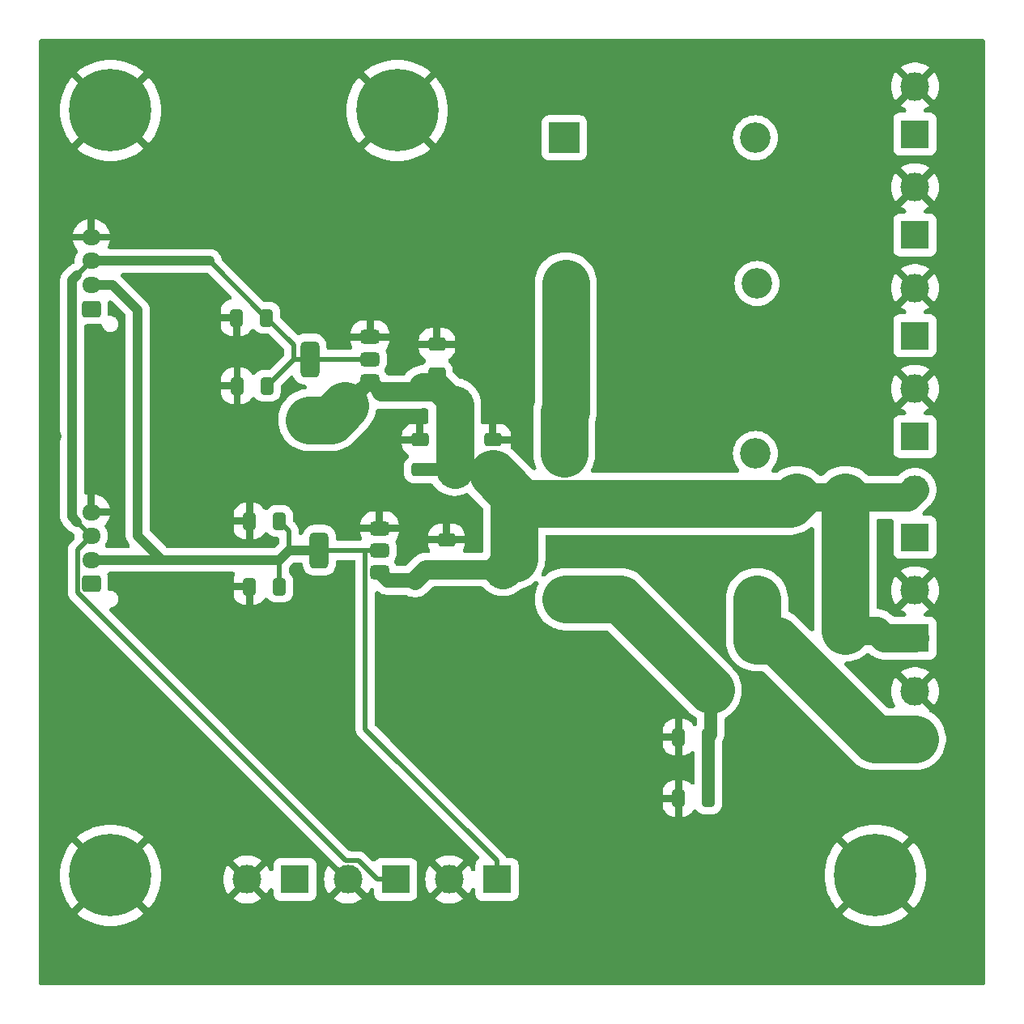
<source format=gbr>
%TF.GenerationSoftware,KiCad,Pcbnew,8.0.3*%
%TF.CreationDate,2024-11-03T20:36:30+01:00*%
%TF.ProjectId,weerstation-power,77656572-7374-4617-9469-6f6e2d706f77,rev?*%
%TF.SameCoordinates,Original*%
%TF.FileFunction,Copper,L2,Bot*%
%TF.FilePolarity,Positive*%
%FSLAX46Y46*%
G04 Gerber Fmt 4.6, Leading zero omitted, Abs format (unit mm)*
G04 Created by KiCad (PCBNEW 8.0.3) date 2024-11-03 20:36:30*
%MOMM*%
%LPD*%
G01*
G04 APERTURE LIST*
G04 Aperture macros list*
%AMRoundRect*
0 Rectangle with rounded corners*
0 $1 Rounding radius*
0 $2 $3 $4 $5 $6 $7 $8 $9 X,Y pos of 4 corners*
0 Add a 4 corners polygon primitive as box body*
4,1,4,$2,$3,$4,$5,$6,$7,$8,$9,$2,$3,0*
0 Add four circle primitives for the rounded corners*
1,1,$1+$1,$2,$3*
1,1,$1+$1,$4,$5*
1,1,$1+$1,$6,$7*
1,1,$1+$1,$8,$9*
0 Add four rect primitives between the rounded corners*
20,1,$1+$1,$2,$3,$4,$5,0*
20,1,$1+$1,$4,$5,$6,$7,0*
20,1,$1+$1,$6,$7,$8,$9,0*
20,1,$1+$1,$8,$9,$2,$3,0*%
G04 Aperture macros list end*
%TA.AperFunction,ComponentPad*%
%ADD10C,8.600000*%
%TD*%
%TA.AperFunction,ComponentPad*%
%ADD11R,3.000000X3.000000*%
%TD*%
%TA.AperFunction,ComponentPad*%
%ADD12C,3.000000*%
%TD*%
%TA.AperFunction,ComponentPad*%
%ADD13RoundRect,0.250000X0.725000X-0.600000X0.725000X0.600000X-0.725000X0.600000X-0.725000X-0.600000X0*%
%TD*%
%TA.AperFunction,ComponentPad*%
%ADD14O,1.950000X1.700000*%
%TD*%
%TA.AperFunction,ComponentPad*%
%ADD15R,3.200000X3.200000*%
%TD*%
%TA.AperFunction,ComponentPad*%
%ADD16O,3.200000X3.200000*%
%TD*%
%TA.AperFunction,SMDPad,CuDef*%
%ADD17RoundRect,0.250000X0.650000X-0.412500X0.650000X0.412500X-0.650000X0.412500X-0.650000X-0.412500X0*%
%TD*%
%TA.AperFunction,SMDPad,CuDef*%
%ADD18RoundRect,0.250000X0.412500X0.650000X-0.412500X0.650000X-0.412500X-0.650000X0.412500X-0.650000X0*%
%TD*%
%TA.AperFunction,SMDPad,CuDef*%
%ADD19RoundRect,0.375000X0.625000X0.375000X-0.625000X0.375000X-0.625000X-0.375000X0.625000X-0.375000X0*%
%TD*%
%TA.AperFunction,SMDPad,CuDef*%
%ADD20RoundRect,0.500000X0.500000X1.400000X-0.500000X1.400000X-0.500000X-1.400000X0.500000X-1.400000X0*%
%TD*%
%TA.AperFunction,ViaPad*%
%ADD21C,1.500000*%
%TD*%
%TA.AperFunction,ViaPad*%
%ADD22C,2.000000*%
%TD*%
%TA.AperFunction,ViaPad*%
%ADD23C,3.000000*%
%TD*%
%TA.AperFunction,Conductor*%
%ADD24C,1.000000*%
%TD*%
%TA.AperFunction,Conductor*%
%ADD25C,5.000000*%
%TD*%
%TA.AperFunction,Conductor*%
%ADD26C,1.326800*%
%TD*%
%TA.AperFunction,Conductor*%
%ADD27C,0.500000*%
%TD*%
%TA.AperFunction,Conductor*%
%ADD28C,1.502600*%
%TD*%
%TA.AperFunction,Conductor*%
%ADD29C,2.000000*%
%TD*%
%TA.AperFunction,Conductor*%
%ADD30C,3.000000*%
%TD*%
%TA.AperFunction,Conductor*%
%ADD31C,4.000000*%
%TD*%
%TA.AperFunction,Conductor*%
%ADD32C,2.999800*%
%TD*%
G04 APERTURE END LIST*
D10*
%TO.P,H4,1,1*%
%TO.N,GND*%
X20000000Y-100000000D03*
%TD*%
%TO.P,H3,1,1*%
%TO.N,GND*%
X100000000Y-100000000D03*
%TD*%
%TO.P,H2,1,1*%
%TO.N,GND*%
X50000000Y-20000000D03*
%TD*%
%TO.P,H1,1,1*%
%TO.N,GND*%
X20000000Y-20000000D03*
%TD*%
D11*
%TO.P,J12,1,Pin_1*%
%TO.N,+5VL*%
X39303500Y-100432500D03*
D12*
%TO.P,J12,2,Pin_2*%
%TO.N,GND*%
X34303500Y-100432500D03*
%TD*%
D13*
%TO.P,J1,1,Pin_1*%
%TO.N,+12L*%
X18000000Y-40750000D03*
D14*
%TO.P,J1,2,Pin_2*%
%TO.N,+5V*%
X18000000Y-38250000D03*
%TO.P,J1,3,Pin_3*%
%TO.N,+3.3V*%
X18000000Y-35750000D03*
%TO.P,J1,4,Pin_4*%
%TO.N,GND*%
X18000000Y-33250000D03*
%TD*%
D15*
%TO.P,D2,1,K*%
%TO.N,Net-(D2-K)*%
X67630000Y-38100000D03*
D16*
%TO.P,D2,2,A*%
%TO.N,Net-(D1-K)*%
X87630000Y-38100000D03*
%TD*%
D11*
%TO.P,J10,1,Pin_1*%
%TO.N,+5V*%
X60432500Y-100432500D03*
D12*
%TO.P,J10,2,Pin_2*%
%TO.N,GND*%
X55432500Y-100432500D03*
%TD*%
D11*
%TO.P,J5,1,Pin_1*%
%TO.N,Net-(D3-A)*%
X104140000Y-43561000D03*
D12*
%TO.P,J5,2,Pin_2*%
%TO.N,GND*%
X104140000Y-38561000D03*
%TD*%
D13*
%TO.P,J2,1,Pin_1*%
%TO.N,+12L*%
X18000000Y-69500000D03*
D14*
%TO.P,J2,2,Pin_2*%
%TO.N,+5V*%
X18000000Y-67000000D03*
%TO.P,J2,3,Pin_3*%
%TO.N,+3.3V*%
X18000000Y-64500000D03*
%TO.P,J2,4,Pin_4*%
%TO.N,GND*%
X18000000Y-62000000D03*
%TD*%
D11*
%TO.P,J7,1,Pin_1*%
%TO.N,Net-(D2-K)*%
X104140000Y-64643000D03*
D12*
%TO.P,J7,2,Pin_2*%
%TO.N,+12L*%
X104140000Y-59643000D03*
%TD*%
D11*
%TO.P,J9,1,Pin_1*%
%TO.N,Net-(D4-A)*%
X104140000Y-85744500D03*
D12*
%TO.P,J9,2,Pin_2*%
%TO.N,GND*%
X104140000Y-80744500D03*
%TD*%
D11*
%TO.P,J6,1,Pin_1*%
%TO.N,Net-(D2-K)*%
X104140000Y-54102000D03*
D12*
%TO.P,J6,2,Pin_2*%
%TO.N,GND*%
X104140000Y-49102000D03*
%TD*%
D15*
%TO.P,D4,1,K*%
%TO.N,+5VL*%
X67630000Y-71120000D03*
D16*
%TO.P,D4,2,A*%
%TO.N,Net-(D4-A)*%
X87630000Y-71120000D03*
%TD*%
D11*
%TO.P,J8,1,Pin_1*%
%TO.N,+12L*%
X104140000Y-75184000D03*
D12*
%TO.P,J8,2,Pin_2*%
%TO.N,GND*%
X104140000Y-70184000D03*
%TD*%
D11*
%TO.P,J11,1,Pin_1*%
%TO.N,+3.3V*%
X49844500Y-100432500D03*
D12*
%TO.P,J11,2,Pin_2*%
%TO.N,GND*%
X44844500Y-100432500D03*
%TD*%
D15*
%TO.P,D1,1,K*%
%TO.N,Net-(D1-K)*%
X67470000Y-22860000D03*
D16*
%TO.P,D1,2,A*%
%TO.N,Net-(D1-A)*%
X87470000Y-22860000D03*
%TD*%
D11*
%TO.P,J4,1,Pin_1*%
%TO.N,Net-(D1-K)*%
X104140000Y-33020000D03*
D12*
%TO.P,J4,2,Pin_2*%
%TO.N,GND*%
X104140000Y-28020000D03*
%TD*%
D11*
%TO.P,J3,1,Pin_1*%
%TO.N,Net-(D1-A)*%
X104140000Y-22479000D03*
D12*
%TO.P,J3,2,Pin_2*%
%TO.N,GND*%
X104140000Y-17479000D03*
%TD*%
D15*
%TO.P,D3,1,K*%
%TO.N,Net-(D2-K)*%
X67470000Y-55880000D03*
D16*
%TO.P,D3,2,A*%
%TO.N,Net-(D3-A)*%
X87470000Y-55880000D03*
%TD*%
D17*
%TO.P,C7,1*%
%TO.N,+12L*%
X60000000Y-57562500D03*
%TO.P,C7,2*%
%TO.N,GND*%
X60000000Y-54437500D03*
%TD*%
D18*
%TO.P,C2,1*%
%TO.N,+3.3V*%
X36316500Y-41682000D03*
%TO.P,C2,2*%
%TO.N,GND*%
X33191500Y-41682000D03*
%TD*%
%TO.P,C5,1*%
%TO.N,+5V*%
X37672500Y-62952000D03*
%TO.P,C5,2*%
%TO.N,GND*%
X34547500Y-62952000D03*
%TD*%
D19*
%TO.P,U1,1,GND*%
%TO.N,GND*%
X47150000Y-43700000D03*
%TO.P,U1,2,VO*%
%TO.N,+3.3V*%
X47150000Y-46000000D03*
D20*
X40850000Y-46000000D03*
D19*
%TO.P,U1,3,VI*%
%TO.N,+12L*%
X47150000Y-48300000D03*
%TD*%
D17*
%TO.P,C8,1*%
%TO.N,+12L*%
X52380000Y-57562500D03*
%TO.P,C8,2*%
%TO.N,GND*%
X52380000Y-54437500D03*
%TD*%
%TO.P,C4,1*%
%TO.N,+12L*%
X55160000Y-68022500D03*
%TO.P,C4,2*%
%TO.N,GND*%
X55160000Y-64897500D03*
%TD*%
D19*
%TO.P,U2,1,GND*%
%TO.N,GND*%
X48150000Y-63700000D03*
%TO.P,U2,2,VO*%
%TO.N,+5V*%
X48150000Y-66000000D03*
D20*
X41850000Y-66000000D03*
D19*
%TO.P,U2,3,VI*%
%TO.N,+12L*%
X48150000Y-68300000D03*
%TD*%
D18*
%TO.P,C6,1*%
%TO.N,+5V*%
X37672500Y-69810000D03*
%TO.P,C6,2*%
%TO.N,GND*%
X34547500Y-69810000D03*
%TD*%
%TO.P,C3,1*%
%TO.N,+3.3V*%
X36380000Y-48794000D03*
%TO.P,C3,2*%
%TO.N,GND*%
X33255000Y-48794000D03*
%TD*%
%TO.P,C10,1*%
%TO.N,+5VL*%
X82550000Y-91948000D03*
%TO.P,C10,2*%
%TO.N,GND*%
X79425000Y-91948000D03*
%TD*%
D17*
%TO.P,C1,1*%
%TO.N,+12L*%
X54160000Y-47562500D03*
%TO.P,C1,2*%
%TO.N,GND*%
X54160000Y-44437500D03*
%TD*%
D18*
%TO.P,C9,1*%
%TO.N,+5VL*%
X82550000Y-85550000D03*
%TO.P,C9,2*%
%TO.N,GND*%
X79425000Y-85550000D03*
%TD*%
D21*
%TO.N,GND*%
X26162000Y-54102000D03*
D22*
X28000000Y-32000000D03*
X28000000Y-40000000D03*
D21*
X14102000Y-54102000D03*
X19102000Y-54102000D03*
D23*
%TO.N,+12L*%
X40804300Y-52364500D03*
%TD*%
D24*
%TO.N,+3.3V*%
X16002000Y-62502000D02*
X16528700Y-63028700D01*
X16002000Y-37748000D02*
X16002000Y-62502000D01*
X16528700Y-37221300D02*
X16002000Y-37748000D01*
%TO.N,+5V*%
X20216000Y-38250000D02*
X18000000Y-38250000D01*
X25400000Y-67000000D02*
X22860000Y-64460000D01*
X22860000Y-64460000D02*
X22860000Y-40894000D01*
X25400000Y-67000000D02*
X21307200Y-67000000D01*
X22860000Y-40894000D02*
X20216000Y-38250000D01*
X37672500Y-67000000D02*
X25400000Y-67000000D01*
D25*
%TO.N,Net-(D2-K)*%
X67630000Y-51418300D02*
X67630000Y-38100000D01*
X67470000Y-51578300D02*
X67630000Y-51418300D01*
X67470000Y-55880000D02*
X67470000Y-51578300D01*
%TO.N,Net-(D4-A)*%
X89615500Y-75421700D02*
X87630000Y-75421700D01*
X99938300Y-85744500D02*
X89615500Y-75421700D01*
X104140000Y-85744500D02*
X99938300Y-85744500D01*
X87630000Y-71120000D02*
X87630000Y-75421700D01*
D26*
%TO.N,+5VL*%
X82550000Y-85550000D02*
X82550000Y-91948000D01*
D25*
X73286800Y-71120000D02*
X82788700Y-80621900D01*
X67630000Y-71120000D02*
X73286800Y-71120000D01*
D26*
X82788700Y-85311300D02*
X82550000Y-85550000D01*
X82788700Y-80621900D02*
X82788700Y-85311300D01*
D27*
%TO.N,+5V*%
X46656800Y-84705100D02*
X60432500Y-98480800D01*
X46656800Y-66000000D02*
X46656800Y-84705100D01*
X46656800Y-66000000D02*
X48150000Y-66000000D01*
X60432500Y-100432500D02*
X60432500Y-98480800D01*
X46656800Y-66000000D02*
X41850000Y-66000000D01*
X38672500Y-63952000D02*
X37672500Y-62952000D01*
X38672500Y-66000000D02*
X38672500Y-63952000D01*
D24*
X41850000Y-66000000D02*
X38672500Y-66000000D01*
X18000000Y-67000000D02*
X19426700Y-67000000D01*
X38672500Y-66000000D02*
X37672500Y-67000000D01*
D27*
X37672500Y-67000000D02*
X37672500Y-69810000D01*
D24*
X21307200Y-67000000D02*
X19426700Y-67000000D01*
D27*
%TO.N,+3.3V*%
X49844500Y-100432500D02*
X47892800Y-100432500D01*
X45941100Y-98480800D02*
X47892800Y-100432500D01*
X44638700Y-98480800D02*
X45941100Y-98480800D01*
X16542200Y-70384300D02*
X44638700Y-98480800D01*
X16542200Y-65957800D02*
X16542200Y-70384300D01*
X18000000Y-64500000D02*
X16542200Y-65957800D01*
X47150000Y-46000000D02*
X40850000Y-46000000D01*
X40850000Y-46000000D02*
X39174000Y-46000000D01*
X39174000Y-46000000D02*
X36380000Y-48794000D01*
X16528700Y-63028700D02*
X18000000Y-64500000D01*
X18000000Y-35750000D02*
X16528700Y-37221300D01*
X39174000Y-44539500D02*
X36316500Y-41682000D01*
X39174000Y-46000000D02*
X39174000Y-44539500D01*
D24*
X30384500Y-35750000D02*
X18000000Y-35750000D01*
D27*
X36316500Y-41682000D02*
X30384500Y-35750000D01*
D28*
%TO.N,+12L*%
X49015300Y-69165300D02*
X48150000Y-68300000D01*
X51851600Y-69165300D02*
X49015300Y-69165300D01*
D29*
X51851600Y-69165300D02*
X52994400Y-68022500D01*
X52994400Y-68022500D02*
X55160000Y-68022500D01*
D26*
X60000000Y-58015800D02*
X60000000Y-57562500D01*
D29*
X61040400Y-68022500D02*
X55160000Y-68022500D01*
D28*
X44552100Y-50897900D02*
X47150000Y-48300000D01*
X48301600Y-49451600D02*
X47150000Y-48300000D01*
D29*
X52130000Y-49451600D02*
X48301600Y-49451600D01*
X52671900Y-48909700D02*
X52130000Y-49451600D01*
D30*
X54160000Y-48909700D02*
X52671900Y-48909700D01*
D26*
X54160000Y-48909700D02*
X54160000Y-47562500D01*
D25*
X43085500Y-52364500D02*
X44552100Y-50897900D01*
X40804300Y-52364500D02*
X43085500Y-52364500D01*
D30*
X55999700Y-50749400D02*
X54160000Y-48909700D01*
D31*
X55999700Y-57562500D02*
X55999700Y-50749400D01*
D26*
X60000000Y-57562500D02*
X55999700Y-57562500D01*
X55999700Y-57562500D02*
X52380000Y-57562500D01*
D25*
X91092800Y-61120200D02*
X91770200Y-60442800D01*
X62232600Y-61120200D02*
X91092800Y-61120200D01*
X62232600Y-60248400D02*
X62232600Y-61120200D01*
X60000000Y-58015800D02*
X62232600Y-60248400D01*
D31*
X62232600Y-66830300D02*
X61040400Y-68022500D01*
D25*
X62232600Y-61120200D02*
X62232600Y-66830300D01*
D32*
X100138600Y-74384200D02*
X100938400Y-75184000D01*
X96853700Y-74384200D02*
X100138600Y-74384200D01*
X104140000Y-75184000D02*
X100938400Y-75184000D01*
D25*
X96853700Y-60442800D02*
X96853700Y-74384200D01*
D32*
X91770200Y-60442800D02*
X96853700Y-60442800D01*
X103340200Y-60442800D02*
X104140000Y-59643000D01*
X96853700Y-60442800D02*
X103340200Y-60442800D01*
%TD*%
%TA.AperFunction,Conductor*%
%TO.N,GND*%
G36*
X30212228Y-37019454D02*
G01*
X30293010Y-37073430D01*
X32615275Y-39395695D01*
X32669251Y-39476477D01*
X32688205Y-39571765D01*
X32669251Y-39667053D01*
X32615275Y-39747835D01*
X32534493Y-39801811D01*
X32500047Y-39813217D01*
X32364486Y-39847376D01*
X32364484Y-39847376D01*
X32159624Y-39940429D01*
X32159620Y-39940431D01*
X31974670Y-40068564D01*
X31815564Y-40227670D01*
X31687431Y-40412620D01*
X31687429Y-40412624D01*
X31594377Y-40617482D01*
X31539400Y-40835665D01*
X31539398Y-40835678D01*
X31529000Y-40967797D01*
X31529000Y-41306999D01*
X31529001Y-41307000D01*
X33317500Y-41307000D01*
X33412788Y-41325954D01*
X33493570Y-41379930D01*
X33547546Y-41460712D01*
X33566500Y-41556000D01*
X33566500Y-43581998D01*
X33566501Y-43581999D01*
X33668182Y-43581999D01*
X33800334Y-43571599D01*
X34018517Y-43516622D01*
X34223375Y-43423570D01*
X34223379Y-43423568D01*
X34408329Y-43295435D01*
X34567435Y-43136329D01*
X34701167Y-42943298D01*
X34771012Y-42875765D01*
X34861384Y-42840101D01*
X34958526Y-42841735D01*
X35047647Y-42880420D01*
X35098825Y-42927746D01*
X35166404Y-43010626D01*
X35192891Y-43043109D01*
X35350593Y-43171698D01*
X35530951Y-43265909D01*
X35726582Y-43321886D01*
X35845963Y-43332500D01*
X36448938Y-43332499D01*
X36544226Y-43351453D01*
X36625007Y-43405429D01*
X36625008Y-43405429D01*
X38100570Y-44880990D01*
X38154546Y-44961772D01*
X38173500Y-45057060D01*
X38173500Y-45482439D01*
X38154546Y-45577727D01*
X38100570Y-45658509D01*
X36688508Y-47070570D01*
X36607726Y-47124546D01*
X36512438Y-47143500D01*
X35909468Y-47143500D01*
X35909456Y-47143501D01*
X35790085Y-47154113D01*
X35594454Y-47210090D01*
X35594446Y-47210093D01*
X35414097Y-47304299D01*
X35414092Y-47304302D01*
X35256393Y-47432889D01*
X35256389Y-47432893D01*
X35162325Y-47548254D01*
X35087418Y-47610126D01*
X34994536Y-47638623D01*
X34897820Y-47629406D01*
X34811992Y-47583879D01*
X34764667Y-47532701D01*
X34630935Y-47339670D01*
X34471829Y-47180564D01*
X34286879Y-47052431D01*
X34286875Y-47052429D01*
X34082017Y-46959377D01*
X33863834Y-46904400D01*
X33863821Y-46904398D01*
X33731702Y-46894000D01*
X33630001Y-46894000D01*
X33630000Y-46894001D01*
X33630000Y-50693998D01*
X33630001Y-50693999D01*
X33731682Y-50693999D01*
X33863834Y-50683599D01*
X34082017Y-50628622D01*
X34286875Y-50535570D01*
X34286879Y-50535568D01*
X34471829Y-50407435D01*
X34630935Y-50248329D01*
X34764667Y-50055298D01*
X34834512Y-49987765D01*
X34924884Y-49952101D01*
X35022026Y-49953735D01*
X35111147Y-49992420D01*
X35162324Y-50039745D01*
X35256391Y-50155109D01*
X35414093Y-50283698D01*
X35594451Y-50377909D01*
X35790082Y-50433886D01*
X35909463Y-50444500D01*
X36850536Y-50444499D01*
X36969918Y-50433886D01*
X37165549Y-50377909D01*
X37345907Y-50283698D01*
X37503609Y-50155109D01*
X37632198Y-49997407D01*
X37726409Y-49817049D01*
X37782386Y-49621418D01*
X37793000Y-49502037D01*
X37792999Y-48899058D01*
X37811953Y-48803771D01*
X37865929Y-48722990D01*
X37865930Y-48722989D01*
X38788739Y-47800181D01*
X38869520Y-47746205D01*
X38964808Y-47727251D01*
X39060096Y-47746205D01*
X39140878Y-47800182D01*
X39191516Y-47873274D01*
X39257994Y-48019628D01*
X39257994Y-48019629D01*
X39386177Y-48204649D01*
X39386178Y-48204650D01*
X39386181Y-48204654D01*
X39545346Y-48363819D01*
X39545349Y-48363821D01*
X39545350Y-48363822D01*
X39722473Y-48486533D01*
X39730374Y-48492007D01*
X39935317Y-48585096D01*
X40153588Y-48640096D01*
X40153591Y-48640096D01*
X40153594Y-48640097D01*
X40273178Y-48649508D01*
X40285783Y-48650500D01*
X40286827Y-48650499D01*
X40287084Y-48650551D01*
X40290670Y-48650692D01*
X40290647Y-48651259D01*
X40382114Y-48669437D01*
X40462904Y-48723400D01*
X40516894Y-48804172D01*
X40535864Y-48899457D01*
X40516926Y-48994749D01*
X40462963Y-49075539D01*
X40382191Y-49129529D01*
X40332604Y-49143266D01*
X40332773Y-49144112D01*
X40326783Y-49145303D01*
X40326777Y-49145304D01*
X40013540Y-49207611D01*
X40013537Y-49207611D01*
X40013531Y-49207613D01*
X39707932Y-49300315D01*
X39707911Y-49300323D01*
X39412857Y-49422537D01*
X39412854Y-49422539D01*
X39131211Y-49573080D01*
X39131190Y-49573093D01*
X38865646Y-49750523D01*
X38618768Y-49953131D01*
X38392931Y-50178968D01*
X38190323Y-50425846D01*
X38012893Y-50691390D01*
X38012880Y-50691411D01*
X37862339Y-50973054D01*
X37862337Y-50973057D01*
X37740123Y-51268111D01*
X37740115Y-51268132D01*
X37647413Y-51573731D01*
X37647411Y-51573737D01*
X37647411Y-51573740D01*
X37596236Y-51831016D01*
X37585103Y-51886984D01*
X37553800Y-52204812D01*
X37553800Y-52524187D01*
X37582333Y-52813895D01*
X37585104Y-52842023D01*
X37647411Y-53155260D01*
X37647413Y-53155268D01*
X37740115Y-53460867D01*
X37740123Y-53460888D01*
X37862337Y-53755942D01*
X37862339Y-53755945D01*
X38012880Y-54037588D01*
X38012890Y-54037604D01*
X38012891Y-54037606D01*
X38190325Y-54303156D01*
X38392934Y-54550035D01*
X38618765Y-54775866D01*
X38865644Y-54978475D01*
X39131194Y-55155909D01*
X39131200Y-55155912D01*
X39131211Y-55155919D01*
X39412854Y-55306460D01*
X39412857Y-55306462D01*
X39548727Y-55362740D01*
X39707919Y-55428680D01*
X40013540Y-55521389D01*
X40326777Y-55583696D01*
X40644613Y-55615000D01*
X40644616Y-55615000D01*
X43245184Y-55615000D01*
X43245187Y-55615000D01*
X43563023Y-55583696D01*
X43876260Y-55521389D01*
X44181881Y-55428680D01*
X44476944Y-55306461D01*
X44632231Y-55223457D01*
X44758588Y-55155919D01*
X44758592Y-55155916D01*
X44758606Y-55155909D01*
X45024156Y-54978475D01*
X45271035Y-54775866D01*
X46086104Y-53960797D01*
X50480000Y-53960797D01*
X50480000Y-54062499D01*
X50480001Y-54062500D01*
X52004999Y-54062500D01*
X52005000Y-54062499D01*
X52005000Y-52775001D01*
X52004999Y-52775000D01*
X51665817Y-52775000D01*
X51533665Y-52785400D01*
X51315482Y-52840377D01*
X51110624Y-52933429D01*
X51110620Y-52933431D01*
X50925670Y-53061564D01*
X50766564Y-53220670D01*
X50638431Y-53405620D01*
X50638429Y-53405624D01*
X50545377Y-53610482D01*
X50490400Y-53828665D01*
X50490398Y-53828678D01*
X50480000Y-53960797D01*
X46086104Y-53960797D01*
X46963467Y-53083435D01*
X47166075Y-52836555D01*
X47343510Y-52571006D01*
X47494061Y-52289344D01*
X47616280Y-51994281D01*
X47708989Y-51688659D01*
X47770000Y-51381937D01*
X47807179Y-51292181D01*
X47875878Y-51223482D01*
X47965638Y-51186302D01*
X48046712Y-51183648D01*
X48186866Y-51202100D01*
X48186868Y-51202100D01*
X52244734Y-51202100D01*
X52445771Y-51175632D01*
X52472239Y-51172148D01*
X52485167Y-51168683D01*
X52549610Y-51160200D01*
X53000200Y-51160200D01*
X53095488Y-51179154D01*
X53176270Y-51233130D01*
X53230246Y-51313912D01*
X53249200Y-51409200D01*
X53249200Y-52526000D01*
X53230246Y-52621288D01*
X53176270Y-52702070D01*
X53095488Y-52756046D01*
X53000200Y-52775000D01*
X52755001Y-52775000D01*
X52755000Y-52775001D01*
X52755000Y-54563500D01*
X52736046Y-54658788D01*
X52682070Y-54739570D01*
X52601288Y-54793546D01*
X52506000Y-54812500D01*
X50480002Y-54812500D01*
X50480001Y-54812501D01*
X50480001Y-54914181D01*
X50490400Y-55046334D01*
X50545377Y-55264517D01*
X50638429Y-55469375D01*
X50638431Y-55469379D01*
X50766564Y-55654329D01*
X50925670Y-55813435D01*
X51118701Y-55947167D01*
X51186234Y-56017012D01*
X51221898Y-56107385D01*
X51220264Y-56204526D01*
X51181579Y-56293647D01*
X51134254Y-56344824D01*
X51124841Y-56352500D01*
X51018893Y-56438889D01*
X51018889Y-56438893D01*
X50890302Y-56596592D01*
X50890299Y-56596597D01*
X50796093Y-56776946D01*
X50796090Y-56776954D01*
X50740115Y-56972578D01*
X50740114Y-56972582D01*
X50729500Y-57091963D01*
X50729500Y-58033031D01*
X50729501Y-58033043D01*
X50740113Y-58152414D01*
X50740113Y-58152417D01*
X50740114Y-58152418D01*
X50796091Y-58348049D01*
X50890302Y-58528407D01*
X51018891Y-58686109D01*
X51176593Y-58814698D01*
X51356951Y-58908909D01*
X51552582Y-58964886D01*
X51671963Y-58975500D01*
X52247496Y-58975499D01*
X52267046Y-58976268D01*
X52268722Y-58976400D01*
X52268724Y-58976400D01*
X53502094Y-58976400D01*
X53597382Y-58995354D01*
X53678164Y-59049330D01*
X53712926Y-59092922D01*
X53752965Y-59156643D01*
X53945580Y-59398174D01*
X54164026Y-59616620D01*
X54405557Y-59809235D01*
X54652756Y-59964560D01*
X54667140Y-59973598D01*
X54745409Y-60011290D01*
X54945471Y-60107635D01*
X55237064Y-60209668D01*
X55538248Y-60278411D01*
X55730113Y-60300029D01*
X55845222Y-60312999D01*
X55845235Y-60313000D01*
X56154165Y-60313000D01*
X56154177Y-60312999D01*
X56241378Y-60303173D01*
X56461152Y-60278411D01*
X56762336Y-60209668D01*
X57053929Y-60107635D01*
X57205709Y-60034541D01*
X57299782Y-60010275D01*
X57395983Y-60023856D01*
X57479664Y-60073218D01*
X57506223Y-60100918D01*
X57572481Y-60181653D01*
X57588634Y-60201335D01*
X58909172Y-61521873D01*
X58963146Y-61602652D01*
X58982100Y-61697940D01*
X58982100Y-66023000D01*
X58963146Y-66118288D01*
X58909170Y-66199070D01*
X58828388Y-66253046D01*
X58733100Y-66272000D01*
X57132528Y-66272000D01*
X57037240Y-66253046D01*
X56956458Y-66199070D01*
X56902482Y-66118288D01*
X56883528Y-66023000D01*
X56902482Y-65927712D01*
X56905819Y-65920024D01*
X56994622Y-65724517D01*
X57049599Y-65506334D01*
X57049601Y-65506321D01*
X57059999Y-65374202D01*
X57060000Y-65374190D01*
X57060000Y-65272501D01*
X57059999Y-65272500D01*
X53260002Y-65272500D01*
X53260001Y-65272501D01*
X53260001Y-65374181D01*
X53270400Y-65506334D01*
X53325377Y-65724517D01*
X53414181Y-65920024D01*
X53436331Y-66014620D01*
X53420595Y-66110492D01*
X53369367Y-66193044D01*
X53290448Y-66249709D01*
X53195852Y-66271859D01*
X53187472Y-66272000D01*
X52879666Y-66272000D01*
X52678628Y-66298467D01*
X52678626Y-66298467D01*
X52652170Y-66301950D01*
X52652157Y-66301953D01*
X52493017Y-66344594D01*
X52493016Y-66344593D01*
X52430518Y-66361340D01*
X52218517Y-66449153D01*
X52218506Y-66449158D01*
X52019797Y-66563883D01*
X52019787Y-66563889D01*
X51900523Y-66655405D01*
X51900522Y-66655405D01*
X51837743Y-66703576D01*
X51391320Y-67150000D01*
X50950747Y-67590571D01*
X50869968Y-67644546D01*
X50774680Y-67663500D01*
X50051615Y-67663500D01*
X49956327Y-67644546D01*
X49875545Y-67590570D01*
X49822721Y-67512523D01*
X49767321Y-67383152D01*
X49767318Y-67383147D01*
X49767317Y-67383145D01*
X49767316Y-67383143D01*
X49703981Y-67289567D01*
X49666267Y-67200031D01*
X49665689Y-67102878D01*
X49702333Y-67012898D01*
X49703981Y-67010433D01*
X49767316Y-66916856D01*
X49767316Y-66916854D01*
X49767321Y-66916848D01*
X49851934Y-66719259D01*
X49897624Y-66509226D01*
X49899392Y-66479534D01*
X49900500Y-66460956D01*
X49900500Y-65539043D01*
X49898203Y-65500500D01*
X49897624Y-65490774D01*
X49851934Y-65280741D01*
X49851933Y-65280738D01*
X49851932Y-65280735D01*
X49813001Y-65189824D01*
X49792914Y-65094768D01*
X49810732Y-64999261D01*
X49851529Y-64931300D01*
X49901659Y-64871842D01*
X49901665Y-64871833D01*
X50020118Y-64669977D01*
X50102760Y-64450991D01*
X50108600Y-64420797D01*
X53260000Y-64420797D01*
X53260000Y-64522499D01*
X53260001Y-64522500D01*
X54784999Y-64522500D01*
X54785000Y-64522499D01*
X54785000Y-63235001D01*
X55535000Y-63235001D01*
X55535000Y-64522499D01*
X55535001Y-64522500D01*
X57059998Y-64522500D01*
X57059999Y-64522499D01*
X57059999Y-64420818D01*
X57049599Y-64288665D01*
X56994622Y-64070482D01*
X56901570Y-63865624D01*
X56901568Y-63865620D01*
X56773435Y-63680670D01*
X56614329Y-63521564D01*
X56429379Y-63393431D01*
X56429375Y-63393429D01*
X56224517Y-63300377D01*
X56006334Y-63245400D01*
X56006321Y-63245398D01*
X55874202Y-63235000D01*
X55535001Y-63235000D01*
X55535000Y-63235001D01*
X54785000Y-63235001D01*
X54784999Y-63235000D01*
X54445817Y-63235000D01*
X54313665Y-63245400D01*
X54095482Y-63300377D01*
X53890624Y-63393429D01*
X53890620Y-63393431D01*
X53705670Y-63521564D01*
X53546564Y-63680670D01*
X53418431Y-63865620D01*
X53418429Y-63865624D01*
X53325377Y-64070482D01*
X53270400Y-64288665D01*
X53270398Y-64288678D01*
X53260000Y-64420797D01*
X50108600Y-64420797D01*
X50147207Y-64221178D01*
X50149998Y-64168623D01*
X50150000Y-64168579D01*
X50150000Y-64075001D01*
X50149999Y-64075000D01*
X46150002Y-64075000D01*
X46150001Y-64075001D01*
X46150001Y-64168591D01*
X46152794Y-64221191D01*
X46197239Y-64450992D01*
X46277091Y-64662583D01*
X46293002Y-64758426D01*
X46271024Y-64853063D01*
X46214504Y-64932085D01*
X46132045Y-64983463D01*
X46044128Y-64999500D01*
X43849499Y-64999500D01*
X43754211Y-64980546D01*
X43673429Y-64926570D01*
X43619453Y-64845788D01*
X43600499Y-64750500D01*
X43600499Y-64535791D01*
X43600499Y-64535784D01*
X43590096Y-64403588D01*
X43535096Y-64185317D01*
X43442007Y-63980374D01*
X43438318Y-63975049D01*
X43313822Y-63795350D01*
X43313821Y-63795349D01*
X43313819Y-63795346D01*
X43154654Y-63636181D01*
X43154650Y-63636178D01*
X43154649Y-63636177D01*
X42969631Y-63507996D01*
X42969629Y-63507995D01*
X42969626Y-63507993D01*
X42832776Y-63445833D01*
X42764686Y-63414905D01*
X42764684Y-63414904D01*
X42764683Y-63414904D01*
X42546412Y-63359904D01*
X42546411Y-63359903D01*
X42546408Y-63359903D01*
X42546405Y-63359902D01*
X42414222Y-63349500D01*
X41285791Y-63349500D01*
X41153587Y-63359904D01*
X40935313Y-63414905D01*
X40796219Y-63478085D01*
X40730374Y-63507993D01*
X40730372Y-63507993D01*
X40730368Y-63507996D01*
X40545350Y-63636177D01*
X40386177Y-63795350D01*
X40257996Y-63980368D01*
X40164904Y-64185316D01*
X40163452Y-64191079D01*
X40161305Y-64195601D01*
X40161212Y-64195868D01*
X40161183Y-64195858D01*
X40121789Y-64278847D01*
X40049710Y-64343991D01*
X39958188Y-64376592D01*
X39861157Y-64371688D01*
X39773389Y-64330025D01*
X39708245Y-64257946D01*
X39675644Y-64166424D01*
X39673000Y-64130236D01*
X39673000Y-64062849D01*
X39673001Y-64062828D01*
X39673001Y-63853460D01*
X39673000Y-63853455D01*
X39634553Y-63660168D01*
X39634552Y-63660165D01*
X39559134Y-63478090D01*
X39559131Y-63478085D01*
X39449640Y-63314219D01*
X39366841Y-63231420D01*
X46150000Y-63231420D01*
X46150000Y-63324999D01*
X46150001Y-63325000D01*
X47774999Y-63325000D01*
X47775000Y-63324999D01*
X47775000Y-61950001D01*
X48525000Y-61950001D01*
X48525000Y-63324999D01*
X48525001Y-63325000D01*
X50149998Y-63325000D01*
X50149999Y-63324999D01*
X50149999Y-63231426D01*
X50149998Y-63231408D01*
X50147205Y-63178808D01*
X50102760Y-62949007D01*
X50020118Y-62730022D01*
X49901665Y-62528166D01*
X49901654Y-62528151D01*
X49750794Y-62349221D01*
X49750778Y-62349205D01*
X49571848Y-62198345D01*
X49571833Y-62198334D01*
X49369977Y-62079881D01*
X49150991Y-61997239D01*
X48921175Y-61952792D01*
X48921182Y-61952792D01*
X48868623Y-61950001D01*
X48868580Y-61950000D01*
X48525001Y-61950000D01*
X48525000Y-61950001D01*
X47775000Y-61950001D01*
X47774999Y-61950000D01*
X47431427Y-61950000D01*
X47431407Y-61950001D01*
X47378808Y-61952794D01*
X47149007Y-61997239D01*
X46930022Y-62079881D01*
X46728166Y-62198334D01*
X46728151Y-62198345D01*
X46549221Y-62349205D01*
X46549205Y-62349221D01*
X46398345Y-62528151D01*
X46398334Y-62528166D01*
X46279881Y-62730022D01*
X46197239Y-62949008D01*
X46152792Y-63178821D01*
X46150001Y-63231376D01*
X46150000Y-63231420D01*
X39366841Y-63231420D01*
X39314229Y-63178808D01*
X39158429Y-63023007D01*
X39104453Y-62942226D01*
X39085499Y-62846938D01*
X39085499Y-62243968D01*
X39085498Y-62243956D01*
X39084950Y-62237797D01*
X39074886Y-62124582D01*
X39018909Y-61928951D01*
X38924698Y-61748593D01*
X38796109Y-61590891D01*
X38638407Y-61462302D01*
X38638402Y-61462299D01*
X38458053Y-61368093D01*
X38458052Y-61368092D01*
X38458049Y-61368091D01*
X38262418Y-61312114D01*
X38143037Y-61301500D01*
X38143035Y-61301500D01*
X37201968Y-61301500D01*
X37201956Y-61301501D01*
X37082585Y-61312113D01*
X36886954Y-61368090D01*
X36886946Y-61368093D01*
X36706597Y-61462299D01*
X36706592Y-61462302D01*
X36548893Y-61590889D01*
X36548889Y-61590893D01*
X36454825Y-61706254D01*
X36379918Y-61768126D01*
X36287036Y-61796623D01*
X36190320Y-61787406D01*
X36104492Y-61741879D01*
X36057167Y-61690701D01*
X35923435Y-61497670D01*
X35764329Y-61338564D01*
X35579379Y-61210431D01*
X35579375Y-61210429D01*
X35374517Y-61117377D01*
X35156334Y-61062400D01*
X35156321Y-61062398D01*
X35024202Y-61052000D01*
X34922501Y-61052000D01*
X34922500Y-61052001D01*
X34922500Y-64851998D01*
X34922501Y-64851999D01*
X35024182Y-64851999D01*
X35156334Y-64841599D01*
X35374517Y-64786622D01*
X35579375Y-64693570D01*
X35579379Y-64693568D01*
X35764329Y-64565435D01*
X35923435Y-64406329D01*
X36057167Y-64213298D01*
X36127012Y-64145765D01*
X36217384Y-64110101D01*
X36314526Y-64111735D01*
X36403647Y-64150420D01*
X36454825Y-64197746D01*
X36528959Y-64288665D01*
X36548891Y-64313109D01*
X36706593Y-64441698D01*
X36886951Y-64535909D01*
X37082582Y-64591886D01*
X37201963Y-64602500D01*
X37423001Y-64602499D01*
X37518287Y-64621453D01*
X37599069Y-64675429D01*
X37653046Y-64756210D01*
X37672000Y-64851498D01*
X37672000Y-65128886D01*
X37653046Y-65224174D01*
X37599070Y-65304956D01*
X37227456Y-65676570D01*
X37146674Y-65730546D01*
X37051386Y-65749500D01*
X26021114Y-65749500D01*
X25925826Y-65730546D01*
X25845044Y-65676570D01*
X24183430Y-64014956D01*
X24129454Y-63934174D01*
X24110500Y-63838886D01*
X24110500Y-63327001D01*
X32885001Y-63327001D01*
X32885001Y-63666181D01*
X32895400Y-63798334D01*
X32950377Y-64016517D01*
X33043429Y-64221375D01*
X33043431Y-64221379D01*
X33171564Y-64406329D01*
X33330670Y-64565435D01*
X33515620Y-64693568D01*
X33515624Y-64693570D01*
X33720482Y-64786622D01*
X33938665Y-64841599D01*
X33938678Y-64841601D01*
X34070804Y-64851999D01*
X34172500Y-64851998D01*
X34172500Y-63327001D01*
X34172499Y-63327000D01*
X32885002Y-63327000D01*
X32885001Y-63327001D01*
X24110500Y-63327001D01*
X24110500Y-62237797D01*
X32885000Y-62237797D01*
X32885000Y-62576999D01*
X32885001Y-62577000D01*
X34172499Y-62577000D01*
X34172500Y-62576999D01*
X34172500Y-61052000D01*
X34172499Y-61051999D01*
X34070817Y-61052000D01*
X33938665Y-61062400D01*
X33720482Y-61117377D01*
X33515624Y-61210429D01*
X33515620Y-61210431D01*
X33330670Y-61338564D01*
X33171564Y-61497670D01*
X33043431Y-61682620D01*
X33043429Y-61682624D01*
X32950377Y-61887482D01*
X32895400Y-62105665D01*
X32895398Y-62105678D01*
X32885000Y-62237797D01*
X24110500Y-62237797D01*
X24110500Y-49169001D01*
X31592501Y-49169001D01*
X31592501Y-49508181D01*
X31602900Y-49640334D01*
X31657877Y-49858517D01*
X31750929Y-50063375D01*
X31750931Y-50063379D01*
X31879064Y-50248329D01*
X32038170Y-50407435D01*
X32223120Y-50535568D01*
X32223124Y-50535570D01*
X32427982Y-50628622D01*
X32646165Y-50683599D01*
X32646178Y-50683601D01*
X32778304Y-50693999D01*
X32880000Y-50693998D01*
X32880000Y-49169001D01*
X32879999Y-49169000D01*
X31592502Y-49169000D01*
X31592501Y-49169001D01*
X24110500Y-49169001D01*
X24110500Y-48079797D01*
X31592500Y-48079797D01*
X31592500Y-48418999D01*
X31592501Y-48419000D01*
X32879999Y-48419000D01*
X32880000Y-48418999D01*
X32880000Y-46894000D01*
X32879999Y-46893999D01*
X32778317Y-46894000D01*
X32646165Y-46904400D01*
X32427982Y-46959377D01*
X32223124Y-47052429D01*
X32223120Y-47052431D01*
X32038170Y-47180564D01*
X31879064Y-47339670D01*
X31750931Y-47524620D01*
X31750929Y-47524624D01*
X31657877Y-47729482D01*
X31602900Y-47947665D01*
X31602898Y-47947678D01*
X31592500Y-48079797D01*
X24110500Y-48079797D01*
X24110500Y-42057001D01*
X31529001Y-42057001D01*
X31529001Y-42396181D01*
X31539400Y-42528334D01*
X31594377Y-42746517D01*
X31687429Y-42951375D01*
X31687431Y-42951379D01*
X31815564Y-43136329D01*
X31974670Y-43295435D01*
X32159620Y-43423568D01*
X32159624Y-43423570D01*
X32364482Y-43516622D01*
X32582665Y-43571599D01*
X32582678Y-43571601D01*
X32714804Y-43581999D01*
X32816500Y-43581998D01*
X32816500Y-42057001D01*
X32816499Y-42057000D01*
X31529002Y-42057000D01*
X31529001Y-42057001D01*
X24110500Y-42057001D01*
X24110500Y-40795587D01*
X24110498Y-40795571D01*
X24088859Y-40658946D01*
X24079709Y-40601174D01*
X24039880Y-40478593D01*
X24032391Y-40455543D01*
X24018887Y-40413981D01*
X24018886Y-40413979D01*
X24018884Y-40413976D01*
X24018884Y-40413974D01*
X23929524Y-40238595D01*
X23929522Y-40238592D01*
X23929521Y-40238590D01*
X23813833Y-40079360D01*
X23813831Y-40079358D01*
X23813829Y-40079355D01*
X21160040Y-37425566D01*
X21106067Y-37344788D01*
X21087113Y-37249500D01*
X21106067Y-37154212D01*
X21160043Y-37073430D01*
X21240825Y-37019454D01*
X21336113Y-37000500D01*
X30116940Y-37000500D01*
X30212228Y-37019454D01*
G37*
%TD.AperFunction*%
%TA.AperFunction,Conductor*%
G36*
X20069787Y-39899067D02*
G01*
X20150568Y-39953043D01*
X20150569Y-39953043D01*
X21536570Y-41339044D01*
X21590546Y-41419826D01*
X21609500Y-41515114D01*
X21609500Y-64558412D01*
X21609501Y-64558428D01*
X21640290Y-64752823D01*
X21698535Y-64932085D01*
X21701116Y-64940026D01*
X21790476Y-65115405D01*
X21906172Y-65274646D01*
X21955959Y-65324433D01*
X22009933Y-65405212D01*
X22028887Y-65500500D01*
X22009933Y-65595788D01*
X21955957Y-65676570D01*
X21875175Y-65730546D01*
X21779887Y-65749500D01*
X19684202Y-65749500D01*
X19588914Y-65730546D01*
X19508132Y-65676570D01*
X19454156Y-65595788D01*
X19435202Y-65500500D01*
X19454156Y-65405212D01*
X19482758Y-65354140D01*
X19493865Y-65338852D01*
X19493865Y-65338851D01*
X19493870Y-65338845D01*
X19608241Y-65114379D01*
X19686090Y-64874785D01*
X19720104Y-64660030D01*
X19725499Y-64625971D01*
X19725500Y-64625959D01*
X19725500Y-64374040D01*
X19725499Y-64374028D01*
X19699951Y-64212729D01*
X19686090Y-64125215D01*
X19608241Y-63885621D01*
X19493870Y-63661155D01*
X19444770Y-63593575D01*
X19404096Y-63505346D01*
X19400281Y-63408266D01*
X19433908Y-63317116D01*
X19470150Y-63271144D01*
X19518878Y-63222417D01*
X19518893Y-63222400D01*
X19666518Y-63030010D01*
X19666524Y-63030000D01*
X19787771Y-62819995D01*
X19787779Y-62819979D01*
X19880576Y-62595944D01*
X19880584Y-62595921D01*
X19939780Y-62375000D01*
X18296752Y-62375000D01*
X18380095Y-62291657D01*
X18442630Y-62183343D01*
X18475000Y-62062535D01*
X18475000Y-61937465D01*
X18442630Y-61816657D01*
X18380095Y-61708343D01*
X18296751Y-61624999D01*
X18375000Y-61624999D01*
X18375001Y-61625000D01*
X19939780Y-61625000D01*
X19939780Y-61624999D01*
X19880584Y-61404078D01*
X19880576Y-61404055D01*
X19787779Y-61180020D01*
X19787771Y-61180004D01*
X19666524Y-60969999D01*
X19666518Y-60969989D01*
X19518893Y-60777599D01*
X19518884Y-60777589D01*
X19347410Y-60606115D01*
X19347400Y-60606106D01*
X19155010Y-60458481D01*
X19155000Y-60458475D01*
X18944995Y-60337228D01*
X18944979Y-60337220D01*
X18720944Y-60244423D01*
X18720935Y-60244420D01*
X18486686Y-60181653D01*
X18375000Y-60166949D01*
X18375000Y-61624999D01*
X18296751Y-61624999D01*
X18291657Y-61619905D01*
X18183343Y-61557370D01*
X18062535Y-61525000D01*
X17937465Y-61525000D01*
X17816657Y-61557370D01*
X17708343Y-61619905D01*
X17625000Y-61703248D01*
X17625000Y-60166949D01*
X17624999Y-60166948D01*
X17534001Y-60178929D01*
X17437054Y-60172574D01*
X17349918Y-60129604D01*
X17285860Y-60056559D01*
X17254630Y-59964560D01*
X17252500Y-59932059D01*
X17252500Y-42599499D01*
X17271454Y-42504211D01*
X17325430Y-42423429D01*
X17406212Y-42369453D01*
X17501500Y-42350499D01*
X18783032Y-42350499D01*
X18783036Y-42350499D01*
X18902418Y-42339886D01*
X18902420Y-42339885D01*
X18904200Y-42339727D01*
X19000792Y-42350169D01*
X19086036Y-42396779D01*
X19146954Y-42472463D01*
X19170465Y-42539170D01*
X19182183Y-42598079D01*
X19182185Y-42598086D01*
X19243668Y-42746517D01*
X19246297Y-42752863D01*
X19339374Y-42892162D01*
X19457838Y-43010626D01*
X19597137Y-43103703D01*
X19751918Y-43167816D01*
X19916233Y-43200500D01*
X19916235Y-43200500D01*
X20083765Y-43200500D01*
X20083767Y-43200500D01*
X20248082Y-43167816D01*
X20402863Y-43103703D01*
X20542162Y-43010626D01*
X20660626Y-42892162D01*
X20753703Y-42752863D01*
X20817816Y-42598082D01*
X20850500Y-42433767D01*
X20850500Y-42266233D01*
X20817816Y-42101918D01*
X20753703Y-41947137D01*
X20660626Y-41807838D01*
X20542162Y-41689374D01*
X20516498Y-41672226D01*
X20402864Y-41596298D01*
X20402863Y-41596297D01*
X20402860Y-41596296D01*
X20402859Y-41596295D01*
X20248086Y-41532185D01*
X20248082Y-41532184D01*
X20083767Y-41499500D01*
X19974500Y-41499500D01*
X19879212Y-41480546D01*
X19798430Y-41426570D01*
X19744454Y-41345788D01*
X19725500Y-41250500D01*
X19725499Y-40129113D01*
X19744453Y-40033825D01*
X19798429Y-39953044D01*
X19879211Y-39899067D01*
X19974499Y-39880113D01*
X20069787Y-39899067D01*
G37*
%TD.AperFunction*%
%TA.AperFunction,Conductor*%
G36*
X111345788Y-12519454D02*
G01*
X111426570Y-12573430D01*
X111480546Y-12654212D01*
X111499500Y-12749500D01*
X111499500Y-111250500D01*
X111480546Y-111345788D01*
X111426570Y-111426570D01*
X111345788Y-111480546D01*
X111250500Y-111499500D01*
X12749500Y-111499500D01*
X12654212Y-111480546D01*
X12573430Y-111426570D01*
X12519454Y-111345788D01*
X12500500Y-111250500D01*
X12500500Y-99999999D01*
X14694951Y-99999999D01*
X14694951Y-100000000D01*
X14715137Y-100462361D01*
X14715138Y-100462366D01*
X14775546Y-100921208D01*
X14775547Y-100921213D01*
X14875713Y-101373037D01*
X15014885Y-101814435D01*
X15191985Y-102241994D01*
X15191992Y-102242009D01*
X15405693Y-102652526D01*
X15654356Y-103042849D01*
X15936082Y-103410002D01*
X15936092Y-103410013D01*
X15995174Y-103474492D01*
X18236345Y-101233320D01*
X18380076Y-101420635D01*
X18579365Y-101619924D01*
X18766676Y-101763653D01*
X16525506Y-104004824D01*
X16589982Y-104063905D01*
X16589988Y-104063910D01*
X16957150Y-104345643D01*
X17347473Y-104594306D01*
X17757990Y-104808007D01*
X17758005Y-104808014D01*
X18185564Y-104985114D01*
X18626962Y-105124286D01*
X19078786Y-105224452D01*
X19078791Y-105224453D01*
X19537633Y-105284861D01*
X19537638Y-105284862D01*
X20000000Y-105305049D01*
X20462361Y-105284862D01*
X20462366Y-105284861D01*
X20921208Y-105224453D01*
X20921213Y-105224452D01*
X21373037Y-105124286D01*
X21814435Y-104985114D01*
X22241994Y-104808014D01*
X22242009Y-104808007D01*
X22652526Y-104594306D01*
X23042843Y-104345646D01*
X23410026Y-104063897D01*
X23474492Y-104004824D01*
X21233322Y-101763654D01*
X21420635Y-101619924D01*
X21619924Y-101420635D01*
X21763654Y-101233322D01*
X24004824Y-103474492D01*
X24063897Y-103410026D01*
X24345646Y-103042843D01*
X24594306Y-102652526D01*
X24808007Y-102242009D01*
X24808014Y-102241994D01*
X24985114Y-101814435D01*
X25124286Y-101373037D01*
X25224452Y-100921213D01*
X25224453Y-100921208D01*
X25284861Y-100462366D01*
X25284862Y-100462361D01*
X25286166Y-100432500D01*
X31798557Y-100432500D01*
X31818309Y-100746455D01*
X31877255Y-101055458D01*
X31974461Y-101354627D01*
X32108402Y-101639266D01*
X32108404Y-101639269D01*
X32276961Y-101904872D01*
X32287752Y-101917915D01*
X33662732Y-100542934D01*
X33678479Y-100622098D01*
X33727478Y-100740390D01*
X33798612Y-100846851D01*
X33889149Y-100937388D01*
X33995610Y-101008522D01*
X34113902Y-101057521D01*
X34193062Y-101073266D01*
X32820860Y-102445469D01*
X32961283Y-102547493D01*
X33236949Y-102699040D01*
X33529437Y-102814844D01*
X33834115Y-102893072D01*
X33834120Y-102893073D01*
X34146218Y-102932500D01*
X34460782Y-102932500D01*
X34772879Y-102893073D01*
X34772884Y-102893072D01*
X35077562Y-102814844D01*
X35370053Y-102699039D01*
X35645712Y-102547494D01*
X35645714Y-102547493D01*
X35786138Y-102445468D01*
X34413936Y-101073266D01*
X34493098Y-101057521D01*
X34611390Y-101008522D01*
X34717851Y-100937388D01*
X34808388Y-100846851D01*
X34879522Y-100740390D01*
X34928521Y-100622098D01*
X34944267Y-100542936D01*
X36319246Y-101917915D01*
X36330031Y-101904881D01*
X36330046Y-101904860D01*
X36498588Y-101639280D01*
X36498600Y-101639260D01*
X36578698Y-101469043D01*
X36636419Y-101390894D01*
X36719654Y-101340783D01*
X36815729Y-101326338D01*
X36910019Y-101349760D01*
X36988168Y-101407481D01*
X37038279Y-101490716D01*
X37053000Y-101575061D01*
X37053000Y-101982506D01*
X37063501Y-102085300D01*
X37072751Y-102113213D01*
X37118686Y-102251834D01*
X37210788Y-102401156D01*
X37334844Y-102525212D01*
X37484166Y-102617314D01*
X37484169Y-102617315D01*
X37484167Y-102617315D01*
X37647810Y-102671540D01*
X37650703Y-102672499D01*
X37753491Y-102683000D01*
X40853508Y-102682999D01*
X40956297Y-102672499D01*
X41122834Y-102617314D01*
X41272156Y-102525212D01*
X41396212Y-102401156D01*
X41488314Y-102251834D01*
X41543499Y-102085297D01*
X41554000Y-101982509D01*
X41553999Y-98882492D01*
X41543499Y-98779703D01*
X41488314Y-98613166D01*
X41396212Y-98463844D01*
X41272156Y-98339788D01*
X41122834Y-98247686D01*
X41122832Y-98247685D01*
X41122830Y-98247684D01*
X41122832Y-98247684D01*
X40956302Y-98192502D01*
X40956298Y-98192501D01*
X40956297Y-98192501D01*
X40853509Y-98182000D01*
X40853505Y-98182000D01*
X37753493Y-98182000D01*
X37650699Y-98192501D01*
X37484167Y-98247685D01*
X37334846Y-98339786D01*
X37210786Y-98463846D01*
X37118684Y-98613168D01*
X37063502Y-98779697D01*
X37063501Y-98779704D01*
X37053000Y-98882488D01*
X37053000Y-99289936D01*
X37034046Y-99385224D01*
X36980070Y-99466006D01*
X36899288Y-99519982D01*
X36804000Y-99538936D01*
X36708712Y-99519982D01*
X36627930Y-99466006D01*
X36578698Y-99395956D01*
X36498597Y-99225733D01*
X36498595Y-99225730D01*
X36330040Y-98960131D01*
X36319245Y-98947083D01*
X34944266Y-100322062D01*
X34928521Y-100242902D01*
X34879522Y-100124610D01*
X34808388Y-100018149D01*
X34717851Y-99927612D01*
X34611390Y-99856478D01*
X34493098Y-99807479D01*
X34413934Y-99791732D01*
X35786138Y-98419529D01*
X35645716Y-98317506D01*
X35370050Y-98165959D01*
X35077562Y-98050155D01*
X34772884Y-97971927D01*
X34772879Y-97971926D01*
X34460782Y-97932500D01*
X34146218Y-97932500D01*
X33834120Y-97971926D01*
X33834115Y-97971927D01*
X33529437Y-98050155D01*
X33236949Y-98165959D01*
X32961286Y-98317505D01*
X32961283Y-98317507D01*
X32820860Y-98419529D01*
X34193063Y-99791732D01*
X34113902Y-99807479D01*
X33995610Y-99856478D01*
X33889149Y-99927612D01*
X33798612Y-100018149D01*
X33727478Y-100124610D01*
X33678479Y-100242902D01*
X33662732Y-100322063D01*
X32287752Y-98947083D01*
X32276960Y-98960130D01*
X32108404Y-99225730D01*
X32108402Y-99225733D01*
X31974461Y-99510372D01*
X31877255Y-99809541D01*
X31818309Y-100118544D01*
X31798557Y-100432500D01*
X25286166Y-100432500D01*
X25305049Y-100000000D01*
X25305049Y-99999999D01*
X25284862Y-99537638D01*
X25284861Y-99537633D01*
X25224453Y-99078791D01*
X25224452Y-99078786D01*
X25124286Y-98626962D01*
X24985114Y-98185564D01*
X24808014Y-97758005D01*
X24808007Y-97757991D01*
X24594307Y-97347477D01*
X24345640Y-96957147D01*
X24063910Y-96589988D01*
X24063905Y-96589982D01*
X24004823Y-96525506D01*
X21763653Y-98766676D01*
X21619924Y-98579365D01*
X21420635Y-98380076D01*
X21233320Y-98236345D01*
X23474492Y-95995174D01*
X23410013Y-95936092D01*
X23410002Y-95936082D01*
X23042849Y-95654356D01*
X22652526Y-95405693D01*
X22242009Y-95191992D01*
X22241994Y-95191985D01*
X21814435Y-95014885D01*
X21373037Y-94875713D01*
X20921213Y-94775547D01*
X20921208Y-94775546D01*
X20462366Y-94715138D01*
X20462361Y-94715137D01*
X20000000Y-94694951D01*
X19537638Y-94715137D01*
X19537633Y-94715138D01*
X19078791Y-94775546D01*
X19078786Y-94775547D01*
X18626962Y-94875713D01*
X18185564Y-95014885D01*
X17758005Y-95191985D01*
X17757991Y-95191992D01*
X17347477Y-95405692D01*
X16957153Y-95654355D01*
X16589974Y-95936101D01*
X16525506Y-95995174D01*
X18766677Y-98236345D01*
X18579365Y-98380076D01*
X18380076Y-98579365D01*
X18236345Y-98766677D01*
X15995174Y-96525506D01*
X15936101Y-96589974D01*
X15654355Y-96957153D01*
X15405692Y-97347477D01*
X15191992Y-97757991D01*
X15191985Y-97758005D01*
X15014885Y-98185564D01*
X14875713Y-98626962D01*
X14775547Y-99078786D01*
X14775546Y-99078791D01*
X14715138Y-99537633D01*
X14715137Y-99537638D01*
X14694951Y-99999999D01*
X12500500Y-99999999D01*
X12500500Y-37649587D01*
X14751500Y-37649587D01*
X14751500Y-62600412D01*
X14751501Y-62600428D01*
X14782290Y-62794823D01*
X14841378Y-62976679D01*
X14843116Y-62982026D01*
X14932476Y-63157405D01*
X15048172Y-63316646D01*
X15714054Y-63982528D01*
X15714057Y-63982530D01*
X15873291Y-64098222D01*
X15873295Y-64098224D01*
X16048674Y-64187583D01*
X16048679Y-64187584D01*
X16048682Y-64187586D01*
X16102445Y-64205055D01*
X16187213Y-64252527D01*
X16247361Y-64328824D01*
X16273732Y-64422332D01*
X16274500Y-64441868D01*
X16274500Y-64625970D01*
X16279895Y-64660030D01*
X16276079Y-64757110D01*
X16235403Y-64845340D01*
X16210030Y-64875047D01*
X15904420Y-65180658D01*
X15904420Y-65180659D01*
X15904418Y-65180661D01*
X15904417Y-65180660D01*
X15765062Y-65320016D01*
X15765060Y-65320019D01*
X15655569Y-65483884D01*
X15655565Y-65483891D01*
X15580149Y-65665964D01*
X15580147Y-65665969D01*
X15541700Y-65859254D01*
X15541700Y-70482845D01*
X15580147Y-70676130D01*
X15580149Y-70676135D01*
X15655565Y-70858208D01*
X15655566Y-70858211D01*
X15655568Y-70858214D01*
X15761153Y-71016234D01*
X15765060Y-71022080D01*
X15765062Y-71022083D01*
X15904417Y-71161439D01*
X15904418Y-71161439D01*
X43861561Y-99118582D01*
X43861560Y-99118582D01*
X43968709Y-99225730D01*
X44000918Y-99257939D01*
X44164786Y-99367432D01*
X44271444Y-99411610D01*
X44271446Y-99411612D01*
X44358165Y-99447532D01*
X44357336Y-99449532D01*
X44427849Y-99487217D01*
X44445967Y-99503637D01*
X44734063Y-99791733D01*
X44654902Y-99807479D01*
X44536610Y-99856478D01*
X44430149Y-99927612D01*
X44339612Y-100018149D01*
X44268478Y-100124610D01*
X44219479Y-100242902D01*
X44203732Y-100322063D01*
X42828752Y-98947083D01*
X42817960Y-98960130D01*
X42649404Y-99225730D01*
X42649402Y-99225733D01*
X42515461Y-99510372D01*
X42418255Y-99809541D01*
X42359309Y-100118544D01*
X42339557Y-100432500D01*
X42359309Y-100746455D01*
X42418255Y-101055458D01*
X42515461Y-101354627D01*
X42649402Y-101639266D01*
X42649404Y-101639269D01*
X42817961Y-101904872D01*
X42828752Y-101917915D01*
X44203732Y-100542934D01*
X44219479Y-100622098D01*
X44268478Y-100740390D01*
X44339612Y-100846851D01*
X44430149Y-100937388D01*
X44536610Y-101008522D01*
X44654902Y-101057521D01*
X44734062Y-101073266D01*
X43361860Y-102445469D01*
X43502283Y-102547493D01*
X43777949Y-102699040D01*
X44070437Y-102814844D01*
X44375115Y-102893072D01*
X44375120Y-102893073D01*
X44687218Y-102932500D01*
X45001782Y-102932500D01*
X45313879Y-102893073D01*
X45313884Y-102893072D01*
X45618562Y-102814844D01*
X45911053Y-102699039D01*
X46186712Y-102547494D01*
X46186714Y-102547493D01*
X46327138Y-102445468D01*
X44954936Y-101073266D01*
X45034098Y-101057521D01*
X45152390Y-101008522D01*
X45258851Y-100937388D01*
X45349388Y-100846851D01*
X45420522Y-100740390D01*
X45469521Y-100622098D01*
X45485267Y-100542936D01*
X46860246Y-101917915D01*
X46871031Y-101904881D01*
X46871046Y-101904860D01*
X47039588Y-101639280D01*
X47039600Y-101639260D01*
X47119698Y-101469044D01*
X47177420Y-101390895D01*
X47260654Y-101340784D01*
X47356730Y-101326339D01*
X47451019Y-101349761D01*
X47529168Y-101407483D01*
X47579279Y-101490717D01*
X47594000Y-101575062D01*
X47594000Y-101982506D01*
X47604501Y-102085300D01*
X47613751Y-102113213D01*
X47659686Y-102251834D01*
X47751788Y-102401156D01*
X47875844Y-102525212D01*
X48025166Y-102617314D01*
X48025169Y-102617315D01*
X48025167Y-102617315D01*
X48188810Y-102671540D01*
X48191703Y-102672499D01*
X48294491Y-102683000D01*
X51394508Y-102682999D01*
X51497297Y-102672499D01*
X51663834Y-102617314D01*
X51813156Y-102525212D01*
X51937212Y-102401156D01*
X52029314Y-102251834D01*
X52084499Y-102085297D01*
X52095000Y-101982509D01*
X52094999Y-98882492D01*
X52084499Y-98779703D01*
X52029314Y-98613166D01*
X51937212Y-98463844D01*
X51813156Y-98339788D01*
X51663834Y-98247686D01*
X51663832Y-98247685D01*
X51663830Y-98247684D01*
X51663832Y-98247684D01*
X51497302Y-98192502D01*
X51497298Y-98192501D01*
X51497297Y-98192501D01*
X51394509Y-98182000D01*
X51394505Y-98182000D01*
X48294493Y-98182000D01*
X48191699Y-98192501D01*
X48025167Y-98247685D01*
X47875846Y-98339786D01*
X47751782Y-98463850D01*
X47743084Y-98474851D01*
X47669114Y-98537839D01*
X47576670Y-98567725D01*
X47479826Y-98559959D01*
X47393325Y-98515724D01*
X47371698Y-98496478D01*
X46718240Y-97843020D01*
X46718239Y-97843018D01*
X46578882Y-97703661D01*
X46415014Y-97594168D01*
X46415009Y-97594165D01*
X46325968Y-97557283D01*
X46286265Y-97540838D01*
X46232936Y-97518749D01*
X46232933Y-97518748D01*
X46136289Y-97499524D01*
X46136288Y-97499524D01*
X46039641Y-97480300D01*
X46039638Y-97480300D01*
X45156261Y-97480300D01*
X45060973Y-97461346D01*
X44980191Y-97407370D01*
X32526552Y-84953731D01*
X19945706Y-72372886D01*
X19891731Y-72292105D01*
X19872777Y-72196817D01*
X19891731Y-72101529D01*
X19945707Y-72020747D01*
X20026489Y-71966771D01*
X20073200Y-71952601D01*
X20083762Y-71950500D01*
X20083767Y-71950500D01*
X20248082Y-71917816D01*
X20402863Y-71853703D01*
X20542162Y-71760626D01*
X20660626Y-71642162D01*
X20753703Y-71502863D01*
X20817816Y-71348082D01*
X20850500Y-71183767D01*
X20850500Y-71016233D01*
X20817816Y-70851918D01*
X20809998Y-70833045D01*
X20770799Y-70738411D01*
X20753703Y-70697137D01*
X20660626Y-70557838D01*
X20542162Y-70439374D01*
X20533504Y-70433589D01*
X20472991Y-70393155D01*
X20402863Y-70346297D01*
X20402860Y-70346296D01*
X20402859Y-70346295D01*
X20248086Y-70282185D01*
X20248082Y-70282184D01*
X20083767Y-70249500D01*
X19974500Y-70249500D01*
X19879212Y-70230546D01*
X19811048Y-70185001D01*
X32885001Y-70185001D01*
X32885001Y-70524181D01*
X32895400Y-70656334D01*
X32950377Y-70874517D01*
X33043429Y-71079375D01*
X33043431Y-71079379D01*
X33171564Y-71264329D01*
X33330670Y-71423435D01*
X33515620Y-71551568D01*
X33515624Y-71551570D01*
X33720482Y-71644622D01*
X33938665Y-71699599D01*
X33938678Y-71699601D01*
X34070804Y-71709999D01*
X34172500Y-71709998D01*
X34172500Y-70185001D01*
X34172499Y-70185000D01*
X32885002Y-70185000D01*
X32885001Y-70185001D01*
X19811048Y-70185001D01*
X19798430Y-70176570D01*
X19744454Y-70095788D01*
X19725500Y-70000500D01*
X19725499Y-68841968D01*
X19725498Y-68841956D01*
X19720608Y-68786954D01*
X19714886Y-68722582D01*
X19670653Y-68567997D01*
X19662664Y-68471173D01*
X19692335Y-68378659D01*
X19755151Y-68304543D01*
X19841548Y-68260107D01*
X19910047Y-68250500D01*
X21208783Y-68250500D01*
X25301583Y-68250500D01*
X32788626Y-68250500D01*
X32883914Y-68269454D01*
X32964696Y-68323430D01*
X33018672Y-68404212D01*
X33037626Y-68499500D01*
X33018672Y-68594788D01*
X33015335Y-68602477D01*
X32950377Y-68745484D01*
X32895400Y-68963665D01*
X32895398Y-68963678D01*
X32885000Y-69095797D01*
X32885000Y-69434999D01*
X32885001Y-69435000D01*
X34673500Y-69435000D01*
X34768788Y-69453954D01*
X34849570Y-69507930D01*
X34903546Y-69588712D01*
X34922500Y-69684000D01*
X34922500Y-71709998D01*
X34922501Y-71709999D01*
X35024182Y-71709999D01*
X35156334Y-71699599D01*
X35374517Y-71644622D01*
X35579375Y-71551570D01*
X35579379Y-71551568D01*
X35764329Y-71423435D01*
X35923435Y-71264329D01*
X36057167Y-71071298D01*
X36127012Y-71003765D01*
X36217384Y-70968101D01*
X36314526Y-70969735D01*
X36403647Y-71008420D01*
X36454824Y-71055745D01*
X36548891Y-71171109D01*
X36706593Y-71299698D01*
X36886951Y-71393909D01*
X37082582Y-71449886D01*
X37201963Y-71460500D01*
X38143036Y-71460499D01*
X38262418Y-71449886D01*
X38458049Y-71393909D01*
X38638407Y-71299698D01*
X38796109Y-71171109D01*
X38924698Y-71013407D01*
X39018909Y-70833049D01*
X39074886Y-70637418D01*
X39085500Y-70518037D01*
X39085499Y-69101964D01*
X39074886Y-68982582D01*
X39018909Y-68786951D01*
X38924698Y-68606593D01*
X38796109Y-68448891D01*
X38796103Y-68448886D01*
X38764643Y-68423233D01*
X38702773Y-68348326D01*
X38674277Y-68255444D01*
X38673000Y-68230257D01*
X38673000Y-67871114D01*
X38691954Y-67775826D01*
X38745930Y-67695044D01*
X39117544Y-67323430D01*
X39198326Y-67269454D01*
X39293614Y-67250500D01*
X39852508Y-67250500D01*
X39947796Y-67269454D01*
X40028578Y-67323430D01*
X40082554Y-67404212D01*
X40100740Y-67479962D01*
X40109904Y-67596412D01*
X40164904Y-67814683D01*
X40257993Y-68019626D01*
X40257995Y-68019629D01*
X40257996Y-68019631D01*
X40386177Y-68204649D01*
X40386178Y-68204650D01*
X40386181Y-68204654D01*
X40545346Y-68363819D01*
X40545349Y-68363821D01*
X40545350Y-68363822D01*
X40668140Y-68448891D01*
X40730374Y-68492007D01*
X40935317Y-68585096D01*
X41153588Y-68640096D01*
X41153591Y-68640096D01*
X41153594Y-68640097D01*
X41219685Y-68645298D01*
X41285783Y-68650500D01*
X42414216Y-68650499D01*
X42546412Y-68640096D01*
X42764683Y-68585096D01*
X42969626Y-68492007D01*
X43154654Y-68363819D01*
X43313819Y-68204654D01*
X43442007Y-68019626D01*
X43535096Y-67814683D01*
X43590096Y-67596412D01*
X43591330Y-67580741D01*
X43598104Y-67494652D01*
X43600500Y-67464217D01*
X43600500Y-67249500D01*
X43619454Y-67154212D01*
X43673430Y-67073430D01*
X43754212Y-67019454D01*
X43849500Y-67000500D01*
X45407300Y-67000500D01*
X45502588Y-67019454D01*
X45583370Y-67073430D01*
X45637346Y-67154212D01*
X45656300Y-67249500D01*
X45656300Y-84803644D01*
X45694748Y-84996933D01*
X45694749Y-84996938D01*
X45716838Y-85050264D01*
X45770165Y-85179009D01*
X45770168Y-85179014D01*
X45828947Y-85266984D01*
X45879661Y-85342882D01*
X46019018Y-85482239D01*
X46019020Y-85482240D01*
X58496477Y-97959698D01*
X58550453Y-98040480D01*
X58569407Y-98135768D01*
X58550453Y-98231056D01*
X58496477Y-98311838D01*
X58474854Y-98331081D01*
X58463851Y-98339781D01*
X58339786Y-98463846D01*
X58247684Y-98613168D01*
X58192502Y-98779697D01*
X58192501Y-98779704D01*
X58182000Y-98882488D01*
X58182000Y-99289936D01*
X58163046Y-99385224D01*
X58109070Y-99466006D01*
X58028288Y-99519982D01*
X57933000Y-99538936D01*
X57837712Y-99519982D01*
X57756930Y-99466006D01*
X57707698Y-99395956D01*
X57627597Y-99225733D01*
X57627595Y-99225730D01*
X57459040Y-98960131D01*
X57448245Y-98947083D01*
X56073266Y-100322062D01*
X56057521Y-100242902D01*
X56008522Y-100124610D01*
X55937388Y-100018149D01*
X55846851Y-99927612D01*
X55740390Y-99856478D01*
X55622098Y-99807479D01*
X55542934Y-99791732D01*
X56915138Y-98419529D01*
X56774716Y-98317506D01*
X56499050Y-98165959D01*
X56206562Y-98050155D01*
X55901884Y-97971927D01*
X55901879Y-97971926D01*
X55589782Y-97932500D01*
X55275218Y-97932500D01*
X54963120Y-97971926D01*
X54963115Y-97971927D01*
X54658437Y-98050155D01*
X54365949Y-98165959D01*
X54090286Y-98317505D01*
X54090283Y-98317507D01*
X53949860Y-98419529D01*
X55322063Y-99791732D01*
X55242902Y-99807479D01*
X55124610Y-99856478D01*
X55018149Y-99927612D01*
X54927612Y-100018149D01*
X54856478Y-100124610D01*
X54807479Y-100242902D01*
X54791732Y-100322063D01*
X53416752Y-98947083D01*
X53405960Y-98960130D01*
X53237404Y-99225730D01*
X53237402Y-99225733D01*
X53103461Y-99510372D01*
X53006255Y-99809541D01*
X52947309Y-100118544D01*
X52927557Y-100432500D01*
X52947309Y-100746455D01*
X53006255Y-101055458D01*
X53103461Y-101354627D01*
X53237402Y-101639266D01*
X53237404Y-101639269D01*
X53405961Y-101904872D01*
X53416752Y-101917915D01*
X54791732Y-100542934D01*
X54807479Y-100622098D01*
X54856478Y-100740390D01*
X54927612Y-100846851D01*
X55018149Y-100937388D01*
X55124610Y-101008522D01*
X55242902Y-101057521D01*
X55322062Y-101073266D01*
X53949860Y-102445469D01*
X54090283Y-102547493D01*
X54365949Y-102699040D01*
X54658437Y-102814844D01*
X54963115Y-102893072D01*
X54963120Y-102893073D01*
X55275218Y-102932500D01*
X55589782Y-102932500D01*
X55901879Y-102893073D01*
X55901884Y-102893072D01*
X56206562Y-102814844D01*
X56499053Y-102699039D01*
X56774712Y-102547494D01*
X56774714Y-102547493D01*
X56915138Y-102445468D01*
X55542936Y-101073266D01*
X55622098Y-101057521D01*
X55740390Y-101008522D01*
X55846851Y-100937388D01*
X55937388Y-100846851D01*
X56008522Y-100740390D01*
X56057521Y-100622098D01*
X56073267Y-100542936D01*
X57448246Y-101917915D01*
X57459031Y-101904881D01*
X57459046Y-101904860D01*
X57627588Y-101639280D01*
X57627600Y-101639260D01*
X57707698Y-101469043D01*
X57765419Y-101390894D01*
X57848654Y-101340783D01*
X57944729Y-101326338D01*
X58039019Y-101349760D01*
X58117168Y-101407481D01*
X58167279Y-101490716D01*
X58182000Y-101575061D01*
X58182000Y-101982506D01*
X58192501Y-102085300D01*
X58201751Y-102113213D01*
X58247686Y-102251834D01*
X58339788Y-102401156D01*
X58463844Y-102525212D01*
X58613166Y-102617314D01*
X58613169Y-102617315D01*
X58613167Y-102617315D01*
X58776810Y-102671540D01*
X58779703Y-102672499D01*
X58882491Y-102683000D01*
X61982508Y-102682999D01*
X62085297Y-102672499D01*
X62251834Y-102617314D01*
X62401156Y-102525212D01*
X62525212Y-102401156D01*
X62617314Y-102251834D01*
X62672499Y-102085297D01*
X62683000Y-101982509D01*
X62682999Y-99999999D01*
X94694951Y-99999999D01*
X94694951Y-100000000D01*
X94715137Y-100462361D01*
X94715138Y-100462366D01*
X94775546Y-100921208D01*
X94775547Y-100921213D01*
X94875713Y-101373037D01*
X95014885Y-101814435D01*
X95191985Y-102241994D01*
X95191992Y-102242009D01*
X95405693Y-102652526D01*
X95654356Y-103042849D01*
X95936082Y-103410002D01*
X95936092Y-103410013D01*
X95995174Y-103474492D01*
X98236345Y-101233320D01*
X98380076Y-101420635D01*
X98579365Y-101619924D01*
X98766676Y-101763653D01*
X96525506Y-104004824D01*
X96589982Y-104063905D01*
X96589988Y-104063910D01*
X96957150Y-104345643D01*
X97347473Y-104594306D01*
X97757990Y-104808007D01*
X97758005Y-104808014D01*
X98185564Y-104985114D01*
X98626962Y-105124286D01*
X99078786Y-105224452D01*
X99078791Y-105224453D01*
X99537633Y-105284861D01*
X99537638Y-105284862D01*
X100000000Y-105305049D01*
X100462361Y-105284862D01*
X100462366Y-105284861D01*
X100921208Y-105224453D01*
X100921213Y-105224452D01*
X101373037Y-105124286D01*
X101814435Y-104985114D01*
X102241994Y-104808014D01*
X102242009Y-104808007D01*
X102652526Y-104594306D01*
X103042843Y-104345646D01*
X103410026Y-104063897D01*
X103474492Y-104004824D01*
X101233322Y-101763654D01*
X101420635Y-101619924D01*
X101619924Y-101420635D01*
X101763654Y-101233322D01*
X104004824Y-103474492D01*
X104063897Y-103410026D01*
X104345646Y-103042843D01*
X104594306Y-102652526D01*
X104808007Y-102242009D01*
X104808014Y-102241994D01*
X104985114Y-101814435D01*
X105124286Y-101373037D01*
X105224452Y-100921213D01*
X105224453Y-100921208D01*
X105284861Y-100462366D01*
X105284862Y-100462361D01*
X105305049Y-100000000D01*
X105305049Y-99999999D01*
X105284862Y-99537638D01*
X105284861Y-99537633D01*
X105224453Y-99078791D01*
X105224452Y-99078786D01*
X105124286Y-98626962D01*
X104985114Y-98185564D01*
X104808014Y-97758005D01*
X104808007Y-97757991D01*
X104594307Y-97347477D01*
X104345640Y-96957147D01*
X104063910Y-96589988D01*
X104063905Y-96589982D01*
X104004823Y-96525506D01*
X101763653Y-98766676D01*
X101619924Y-98579365D01*
X101420635Y-98380076D01*
X101233320Y-98236345D01*
X103474492Y-95995174D01*
X103410013Y-95936092D01*
X103410002Y-95936082D01*
X103042849Y-95654356D01*
X102652526Y-95405693D01*
X102242009Y-95191992D01*
X102241994Y-95191985D01*
X101814435Y-95014885D01*
X101373037Y-94875713D01*
X100921213Y-94775547D01*
X100921208Y-94775546D01*
X100462366Y-94715138D01*
X100462361Y-94715137D01*
X100000000Y-94694951D01*
X99537638Y-94715137D01*
X99537633Y-94715138D01*
X99078791Y-94775546D01*
X99078786Y-94775547D01*
X98626962Y-94875713D01*
X98185564Y-95014885D01*
X97758005Y-95191985D01*
X97757991Y-95191992D01*
X97347477Y-95405692D01*
X96957153Y-95654355D01*
X96589974Y-95936101D01*
X96525506Y-95995174D01*
X98766677Y-98236345D01*
X98579365Y-98380076D01*
X98380076Y-98579365D01*
X98236345Y-98766677D01*
X95995174Y-96525506D01*
X95936101Y-96589974D01*
X95654355Y-96957153D01*
X95405692Y-97347477D01*
X95191992Y-97757991D01*
X95191985Y-97758005D01*
X95014885Y-98185564D01*
X94875713Y-98626962D01*
X94775547Y-99078786D01*
X94775546Y-99078791D01*
X94715138Y-99537633D01*
X94715137Y-99537638D01*
X94694951Y-99999999D01*
X62682999Y-99999999D01*
X62682999Y-98882492D01*
X62672499Y-98779703D01*
X62617314Y-98613166D01*
X62525212Y-98463844D01*
X62401156Y-98339788D01*
X62251834Y-98247686D01*
X62251832Y-98247685D01*
X62251830Y-98247684D01*
X62251832Y-98247684D01*
X62085302Y-98192502D01*
X62085298Y-98192501D01*
X62085297Y-98192501D01*
X62033903Y-98187250D01*
X61982511Y-98182000D01*
X61982509Y-98182000D01*
X61558043Y-98182000D01*
X61462755Y-98163046D01*
X61381973Y-98109070D01*
X61327997Y-98028288D01*
X61327694Y-98027558D01*
X61319132Y-98006886D01*
X61209639Y-97843018D01*
X61209637Y-97843016D01*
X61070282Y-97703660D01*
X61070282Y-97703661D01*
X55689622Y-92323001D01*
X77762501Y-92323001D01*
X77762501Y-92662181D01*
X77772900Y-92794334D01*
X77827877Y-93012517D01*
X77920929Y-93217375D01*
X77920931Y-93217379D01*
X78049064Y-93402329D01*
X78208170Y-93561435D01*
X78393120Y-93689568D01*
X78393124Y-93689570D01*
X78597982Y-93782622D01*
X78816165Y-93837599D01*
X78816178Y-93837601D01*
X78948304Y-93847999D01*
X79050000Y-93847998D01*
X79050000Y-92323001D01*
X79049999Y-92323000D01*
X77762502Y-92323000D01*
X77762501Y-92323001D01*
X55689622Y-92323001D01*
X54600418Y-91233797D01*
X77762500Y-91233797D01*
X77762500Y-91572999D01*
X77762501Y-91573000D01*
X79049999Y-91573000D01*
X79050000Y-91572999D01*
X79050000Y-90048000D01*
X79049999Y-90047999D01*
X78948317Y-90048000D01*
X78816165Y-90058400D01*
X78597982Y-90113377D01*
X78393124Y-90206429D01*
X78393120Y-90206431D01*
X78208170Y-90334564D01*
X78049064Y-90493670D01*
X77920931Y-90678620D01*
X77920929Y-90678624D01*
X77827877Y-90883482D01*
X77772900Y-91101665D01*
X77772898Y-91101678D01*
X77762500Y-91233797D01*
X54600418Y-91233797D01*
X49291622Y-85925001D01*
X77762501Y-85925001D01*
X77762501Y-86264181D01*
X77772900Y-86396334D01*
X77827877Y-86614517D01*
X77920929Y-86819375D01*
X77920931Y-86819379D01*
X78049064Y-87004329D01*
X78208170Y-87163435D01*
X78393120Y-87291568D01*
X78393124Y-87291570D01*
X78597982Y-87384622D01*
X78816165Y-87439599D01*
X78816178Y-87439601D01*
X78948304Y-87449999D01*
X79050000Y-87449998D01*
X79050000Y-85925001D01*
X79049999Y-85925000D01*
X77762502Y-85925000D01*
X77762501Y-85925001D01*
X49291622Y-85925001D01*
X48202418Y-84835797D01*
X77762500Y-84835797D01*
X77762500Y-85174999D01*
X77762501Y-85175000D01*
X79049999Y-85175000D01*
X79050000Y-85174999D01*
X79050000Y-83650000D01*
X79049999Y-83649999D01*
X78948317Y-83650000D01*
X78816165Y-83660400D01*
X78597982Y-83715377D01*
X78393124Y-83808429D01*
X78393120Y-83808431D01*
X78208170Y-83936564D01*
X78049064Y-84095670D01*
X77920931Y-84280620D01*
X77920929Y-84280624D01*
X77827877Y-84485482D01*
X77772900Y-84703665D01*
X77772898Y-84703678D01*
X77762500Y-84835797D01*
X48202418Y-84835797D01*
X47730230Y-84363609D01*
X47676254Y-84282827D01*
X47657300Y-84187539D01*
X47657300Y-70523672D01*
X47676254Y-70428384D01*
X47730230Y-70347602D01*
X47811012Y-70293626D01*
X47906300Y-70274672D01*
X48001588Y-70293626D01*
X48052656Y-70322225D01*
X48228185Y-70449755D01*
X48438809Y-70557073D01*
X48663628Y-70630121D01*
X48897106Y-70667100D01*
X50885075Y-70667100D01*
X50980363Y-70686054D01*
X51009574Y-70700459D01*
X51075712Y-70738644D01*
X51287713Y-70826458D01*
X51509361Y-70885848D01*
X51736866Y-70915799D01*
X51966334Y-70915799D01*
X52193839Y-70885848D01*
X52415487Y-70826458D01*
X52627488Y-70738644D01*
X52826212Y-70623910D01*
X53008261Y-70484220D01*
X53646549Y-69845930D01*
X53727330Y-69791954D01*
X53822619Y-69773000D01*
X55045266Y-69773000D01*
X58798743Y-69773000D01*
X58894031Y-69791954D01*
X58974813Y-69845930D01*
X58984411Y-69856083D01*
X58986275Y-69858169D01*
X58986280Y-69858174D01*
X59204726Y-70076620D01*
X59446257Y-70269235D01*
X59707835Y-70433596D01*
X59986170Y-70567635D01*
X60277764Y-70669667D01*
X60578948Y-70738411D01*
X60622034Y-70743265D01*
X60885920Y-70772999D01*
X60885935Y-70773000D01*
X61194865Y-70773000D01*
X61194879Y-70772999D01*
X61415679Y-70748120D01*
X61501852Y-70738411D01*
X61803036Y-70669667D01*
X62094630Y-70567635D01*
X62372965Y-70433596D01*
X62634543Y-70269235D01*
X62876074Y-70076620D01*
X62897725Y-70054968D01*
X62978502Y-70000991D01*
X63017562Y-69989145D01*
X63017553Y-69989108D01*
X63017510Y-69988964D01*
X63017517Y-69988961D01*
X63017444Y-69988670D01*
X63023345Y-69987191D01*
X63023360Y-69987189D01*
X63023374Y-69987184D01*
X63023377Y-69987184D01*
X63208043Y-69931166D01*
X63328981Y-69894480D01*
X63624044Y-69772261D01*
X63845915Y-69653668D01*
X63905688Y-69621719D01*
X63905692Y-69621716D01*
X63905706Y-69621709D01*
X64171256Y-69444275D01*
X64394918Y-69260720D01*
X64480601Y-69214921D01*
X64577288Y-69205398D01*
X64670259Y-69233600D01*
X64745361Y-69295235D01*
X64791160Y-69380918D01*
X64800683Y-69477605D01*
X64772481Y-69570576D01*
X64772480Y-69570577D01*
X64688039Y-69728554D01*
X64688037Y-69728557D01*
X64565823Y-70023611D01*
X64565815Y-70023632D01*
X64473113Y-70329231D01*
X64473111Y-70329237D01*
X64473111Y-70329240D01*
X64411811Y-70637418D01*
X64410803Y-70642484D01*
X64379500Y-70960312D01*
X64379500Y-71279687D01*
X64390749Y-71393906D01*
X64410804Y-71597523D01*
X64461762Y-71853703D01*
X64473113Y-71910768D01*
X64565815Y-72216367D01*
X64565823Y-72216388D01*
X64688037Y-72511442D01*
X64688039Y-72511445D01*
X64838580Y-72793088D01*
X64838590Y-72793104D01*
X64838591Y-72793106D01*
X65016025Y-73058656D01*
X65218634Y-73305535D01*
X65444465Y-73531366D01*
X65691344Y-73733975D01*
X65956894Y-73911409D01*
X65956900Y-73911412D01*
X65956911Y-73911419D01*
X66238554Y-74061960D01*
X66238557Y-74061962D01*
X66374427Y-74118240D01*
X66533619Y-74184180D01*
X66839240Y-74276889D01*
X67152477Y-74339196D01*
X67470313Y-74370500D01*
X71837259Y-74370500D01*
X71932547Y-74389454D01*
X72013329Y-74443430D01*
X80603165Y-83033266D01*
X80850045Y-83235875D01*
X80995599Y-83333131D01*
X81115591Y-83413307D01*
X81115601Y-83413313D01*
X81243178Y-83481504D01*
X81318280Y-83543138D01*
X81364078Y-83628821D01*
X81374800Y-83701102D01*
X81374800Y-84127347D01*
X81355846Y-84222635D01*
X81301870Y-84303417D01*
X81221088Y-84357393D01*
X81125800Y-84376347D01*
X81030512Y-84357393D01*
X80949730Y-84303417D01*
X80921121Y-84269149D01*
X80800933Y-84095668D01*
X80641829Y-83936564D01*
X80456879Y-83808431D01*
X80456875Y-83808429D01*
X80252017Y-83715377D01*
X80033834Y-83660400D01*
X80033821Y-83660398D01*
X79901702Y-83650000D01*
X79800001Y-83650000D01*
X79800000Y-83650001D01*
X79800000Y-87449998D01*
X79800001Y-87449999D01*
X79901682Y-87449999D01*
X80033834Y-87439599D01*
X80252017Y-87384622D01*
X80456875Y-87291570D01*
X80456879Y-87291568D01*
X80641829Y-87163435D01*
X80711030Y-87094235D01*
X80791812Y-87040259D01*
X80887100Y-87021305D01*
X80982388Y-87040259D01*
X81063170Y-87094235D01*
X81117146Y-87175017D01*
X81136100Y-87270305D01*
X81136100Y-90227695D01*
X81117146Y-90322983D01*
X81063170Y-90403765D01*
X80982388Y-90457741D01*
X80887100Y-90476695D01*
X80791812Y-90457741D01*
X80711030Y-90403765D01*
X80641829Y-90334564D01*
X80456879Y-90206431D01*
X80456875Y-90206429D01*
X80252017Y-90113377D01*
X80033834Y-90058400D01*
X80033821Y-90058398D01*
X79901702Y-90048000D01*
X79800001Y-90048000D01*
X79800000Y-90048001D01*
X79800000Y-93847998D01*
X79800001Y-93847999D01*
X79901682Y-93847999D01*
X80033834Y-93837599D01*
X80252017Y-93782622D01*
X80456875Y-93689570D01*
X80456879Y-93689568D01*
X80641829Y-93561435D01*
X80800935Y-93402329D01*
X80934667Y-93209298D01*
X81004512Y-93141765D01*
X81094884Y-93106101D01*
X81192026Y-93107735D01*
X81281147Y-93146420D01*
X81332324Y-93193745D01*
X81426391Y-93309109D01*
X81584093Y-93437698D01*
X81764451Y-93531909D01*
X81960082Y-93587886D01*
X82079463Y-93598500D01*
X83020536Y-93598499D01*
X83139918Y-93587886D01*
X83335549Y-93531909D01*
X83515907Y-93437698D01*
X83673609Y-93309109D01*
X83802198Y-93151407D01*
X83896409Y-92971049D01*
X83952386Y-92775418D01*
X83963000Y-92656037D01*
X83962999Y-92080505D01*
X83963768Y-92060957D01*
X83963900Y-92059280D01*
X83963900Y-86178176D01*
X83982854Y-86082888D01*
X83993884Y-86061240D01*
X83993534Y-86061062D01*
X83997974Y-86052347D01*
X83997976Y-86052345D01*
X84099012Y-85854049D01*
X84167785Y-85642389D01*
X84202600Y-85422576D01*
X84202600Y-85200024D01*
X84202600Y-83701102D01*
X84221554Y-83605814D01*
X84275530Y-83525032D01*
X84334222Y-83481504D01*
X84383567Y-83455128D01*
X84461806Y-83413309D01*
X84727356Y-83235875D01*
X84974235Y-83033266D01*
X85200066Y-82807435D01*
X85402675Y-82560556D01*
X85580109Y-82295006D01*
X85730661Y-82013344D01*
X85852880Y-81718281D01*
X85945589Y-81412660D01*
X86007896Y-81099423D01*
X86039200Y-80781587D01*
X86039200Y-80462213D01*
X86007896Y-80144377D01*
X85945589Y-79831140D01*
X85852880Y-79525519D01*
X85786940Y-79366327D01*
X85730662Y-79230457D01*
X85730660Y-79230454D01*
X85580113Y-78948801D01*
X85580107Y-78948790D01*
X85434937Y-78731529D01*
X85402675Y-78683245D01*
X85200066Y-78436365D01*
X75472335Y-68708634D01*
X75225456Y-68506025D01*
X74959906Y-68328591D01*
X74959904Y-68328590D01*
X74959888Y-68328580D01*
X74678245Y-68178039D01*
X74678242Y-68178037D01*
X74383188Y-68055823D01*
X74383181Y-68055820D01*
X74383176Y-68055818D01*
X74383167Y-68055815D01*
X74077568Y-67963113D01*
X74077563Y-67963112D01*
X74077560Y-67963111D01*
X73764323Y-67900804D01*
X73764317Y-67900803D01*
X73764315Y-67900803D01*
X73446487Y-67869500D01*
X67470313Y-67869500D01*
X67470312Y-67869500D01*
X67152484Y-67900803D01*
X67152480Y-67900803D01*
X67152477Y-67900804D01*
X66839240Y-67963111D01*
X66839237Y-67963111D01*
X66839231Y-67963113D01*
X66533632Y-68055815D01*
X66533611Y-68055823D01*
X66238557Y-68178037D01*
X66238554Y-68178039D01*
X65956911Y-68328580D01*
X65956890Y-68328593D01*
X65691346Y-68506023D01*
X65691335Y-68506031D01*
X65467680Y-68689580D01*
X65381997Y-68735378D01*
X65285310Y-68744901D01*
X65192339Y-68716698D01*
X65117237Y-68655063D01*
X65071439Y-68569380D01*
X65061916Y-68472693D01*
X65090118Y-68379725D01*
X65174561Y-68221744D01*
X65296780Y-67926681D01*
X65389489Y-67621060D01*
X65451796Y-67307823D01*
X65483100Y-66989987D01*
X65483100Y-64619700D01*
X65502054Y-64524412D01*
X65556030Y-64443630D01*
X65636812Y-64389654D01*
X65732100Y-64370700D01*
X91252484Y-64370700D01*
X91252487Y-64370700D01*
X91570323Y-64339396D01*
X91883560Y-64277089D01*
X92189181Y-64184380D01*
X92444446Y-64078645D01*
X92484242Y-64062162D01*
X92484244Y-64062161D01*
X92723690Y-63934174D01*
X92765888Y-63911619D01*
X92765892Y-63911616D01*
X92765906Y-63911609D01*
X93031456Y-63734175D01*
X93196236Y-63598942D01*
X93281918Y-63553144D01*
X93378606Y-63543621D01*
X93471577Y-63571823D01*
X93546679Y-63633458D01*
X93592478Y-63719140D01*
X93603200Y-63791422D01*
X93603200Y-74211359D01*
X93584246Y-74306647D01*
X93530270Y-74387429D01*
X93449488Y-74441405D01*
X93354200Y-74460359D01*
X93258912Y-74441405D01*
X93178130Y-74387429D01*
X92524676Y-73733975D01*
X91801035Y-73010334D01*
X91554156Y-72807725D01*
X91288606Y-72630291D01*
X91288604Y-72630290D01*
X91288588Y-72630280D01*
X91012122Y-72482506D01*
X90937020Y-72420872D01*
X90891222Y-72335188D01*
X90880500Y-72262908D01*
X90880500Y-70960316D01*
X90880500Y-70960313D01*
X90849196Y-70642477D01*
X90786889Y-70329240D01*
X90694180Y-70023619D01*
X90628240Y-69864427D01*
X90571962Y-69728557D01*
X90571960Y-69728554D01*
X90421419Y-69446911D01*
X90421412Y-69446900D01*
X90421409Y-69446894D01*
X90243975Y-69181344D01*
X90041366Y-68934465D01*
X89815535Y-68708634D01*
X89568656Y-68506025D01*
X89303106Y-68328591D01*
X89303104Y-68328590D01*
X89303088Y-68328580D01*
X89021445Y-68178039D01*
X89021442Y-68178037D01*
X88726388Y-68055823D01*
X88726381Y-68055820D01*
X88726376Y-68055818D01*
X88726367Y-68055815D01*
X88420768Y-67963113D01*
X88420763Y-67963112D01*
X88420760Y-67963111D01*
X88107523Y-67900804D01*
X88107517Y-67900803D01*
X88107515Y-67900803D01*
X87789687Y-67869500D01*
X87470313Y-67869500D01*
X87470312Y-67869500D01*
X87152484Y-67900803D01*
X87152480Y-67900803D01*
X87152477Y-67900804D01*
X86839240Y-67963111D01*
X86839237Y-67963111D01*
X86839231Y-67963113D01*
X86533632Y-68055815D01*
X86533611Y-68055823D01*
X86238557Y-68178037D01*
X86238554Y-68178039D01*
X85956911Y-68328580D01*
X85956890Y-68328593D01*
X85691346Y-68506023D01*
X85444468Y-68708631D01*
X85218631Y-68934468D01*
X85016023Y-69181346D01*
X84838593Y-69446890D01*
X84838580Y-69446911D01*
X84688039Y-69728554D01*
X84688037Y-69728557D01*
X84565823Y-70023611D01*
X84565815Y-70023632D01*
X84473113Y-70329231D01*
X84473111Y-70329237D01*
X84473111Y-70329240D01*
X84411811Y-70637418D01*
X84410803Y-70642484D01*
X84392683Y-70826459D01*
X84379500Y-70960313D01*
X84379500Y-75581387D01*
X84410804Y-75899223D01*
X84473111Y-76212460D01*
X84473113Y-76212468D01*
X84565815Y-76518067D01*
X84565823Y-76518088D01*
X84688037Y-76813142D01*
X84688039Y-76813145D01*
X84838580Y-77094788D01*
X84838590Y-77094804D01*
X84838591Y-77094806D01*
X85016025Y-77360356D01*
X85218634Y-77607235D01*
X85444465Y-77833066D01*
X85691344Y-78035675D01*
X85956894Y-78213109D01*
X85956900Y-78213112D01*
X85956911Y-78213119D01*
X86238554Y-78363660D01*
X86238557Y-78363662D01*
X86374427Y-78419940D01*
X86533619Y-78485880D01*
X86839240Y-78578589D01*
X87152477Y-78640896D01*
X87470313Y-78672200D01*
X87789687Y-78672200D01*
X88165959Y-78672200D01*
X88261247Y-78691154D01*
X88342028Y-78745129D01*
X97752765Y-88155867D01*
X97888362Y-88267148D01*
X97999644Y-88358475D01*
X98106008Y-88429545D01*
X98265194Y-88535910D01*
X98546856Y-88686461D01*
X98841919Y-88808680D01*
X99147540Y-88901389D01*
X99460777Y-88963696D01*
X99778613Y-88995000D01*
X99778614Y-88995000D01*
X99778616Y-88995000D01*
X104299684Y-88995000D01*
X104299687Y-88995000D01*
X104617523Y-88963696D01*
X104930760Y-88901389D01*
X105236381Y-88808680D01*
X105531444Y-88686461D01*
X105686731Y-88603457D01*
X105813088Y-88535919D01*
X105813092Y-88535916D01*
X105813106Y-88535909D01*
X106078656Y-88358475D01*
X106325535Y-88155866D01*
X106551366Y-87930035D01*
X106753975Y-87683156D01*
X106931409Y-87417606D01*
X106949040Y-87384622D01*
X107061076Y-87175017D01*
X107081961Y-87135944D01*
X107204180Y-86840881D01*
X107296889Y-86535260D01*
X107359196Y-86222023D01*
X107390500Y-85904187D01*
X107390500Y-85584813D01*
X107359196Y-85266977D01*
X107296889Y-84953740D01*
X107204180Y-84648119D01*
X107136814Y-84485482D01*
X107081962Y-84353057D01*
X107081960Y-84353054D01*
X106931419Y-84071411D01*
X106931412Y-84071400D01*
X106931409Y-84071394D01*
X106753975Y-83805844D01*
X106551366Y-83558965D01*
X106325535Y-83333134D01*
X106078656Y-83130525D01*
X105813106Y-82953091D01*
X105813098Y-82953086D01*
X105813088Y-82953081D01*
X105759184Y-82924268D01*
X105684083Y-82862633D01*
X105638285Y-82776950D01*
X105637818Y-82772649D01*
X104250436Y-81385266D01*
X104329598Y-81369521D01*
X104447890Y-81320522D01*
X104554351Y-81249388D01*
X104644888Y-81158851D01*
X104716022Y-81052390D01*
X104765021Y-80934098D01*
X104780767Y-80854936D01*
X106155746Y-82229915D01*
X106166531Y-82216881D01*
X106166546Y-82216860D01*
X106335088Y-81951280D01*
X106335097Y-81951266D01*
X106469038Y-81666627D01*
X106566244Y-81367458D01*
X106625190Y-81058455D01*
X106644942Y-80744500D01*
X106625190Y-80430544D01*
X106566244Y-80121541D01*
X106469038Y-79822372D01*
X106335097Y-79537733D01*
X106335095Y-79537730D01*
X106166540Y-79272131D01*
X106155745Y-79259083D01*
X104780766Y-80634062D01*
X104765021Y-80554902D01*
X104716022Y-80436610D01*
X104644888Y-80330149D01*
X104554351Y-80239612D01*
X104447890Y-80168478D01*
X104329598Y-80119479D01*
X104250434Y-80103732D01*
X105622638Y-78731529D01*
X105482216Y-78629506D01*
X105206550Y-78477959D01*
X104914062Y-78362155D01*
X104609384Y-78283927D01*
X104609379Y-78283926D01*
X104297282Y-78244500D01*
X103982718Y-78244500D01*
X103670620Y-78283926D01*
X103670615Y-78283927D01*
X103365937Y-78362155D01*
X103073449Y-78477959D01*
X102797786Y-78629505D01*
X102797783Y-78629507D01*
X102657360Y-78731529D01*
X104029563Y-80103732D01*
X103950402Y-80119479D01*
X103832110Y-80168478D01*
X103725649Y-80239612D01*
X103635112Y-80330149D01*
X103563978Y-80436610D01*
X103514979Y-80554902D01*
X103499232Y-80634063D01*
X102124252Y-79259083D01*
X102113460Y-79272130D01*
X101944904Y-79537730D01*
X101944902Y-79537733D01*
X101810961Y-79822372D01*
X101713755Y-80121541D01*
X101654809Y-80430544D01*
X101635057Y-80744500D01*
X101654809Y-81058455D01*
X101713755Y-81367458D01*
X101810961Y-81666627D01*
X101944902Y-81951266D01*
X101944904Y-81951269D01*
X102046640Y-82111579D01*
X102081694Y-82202190D01*
X102079405Y-82299318D01*
X102040121Y-82388177D01*
X101969823Y-82455238D01*
X101879212Y-82490292D01*
X101836402Y-82494000D01*
X101387842Y-82494000D01*
X101292554Y-82475046D01*
X101211772Y-82421070D01*
X96850142Y-78059440D01*
X96796166Y-77978658D01*
X96777212Y-77883370D01*
X96796166Y-77788082D01*
X96850142Y-77707300D01*
X96930924Y-77653324D01*
X97007388Y-77636154D01*
X97007304Y-77635299D01*
X97013386Y-77634700D01*
X97013387Y-77634700D01*
X97331223Y-77603396D01*
X97644460Y-77541089D01*
X97950081Y-77448380D01*
X98245144Y-77326161D01*
X98400431Y-77243157D01*
X98526788Y-77175619D01*
X98526792Y-77175616D01*
X98526806Y-77175609D01*
X98792356Y-76998175D01*
X99039235Y-76795566D01*
X99039236Y-76795564D01*
X99043960Y-76791688D01*
X99045140Y-76793126D01*
X99118928Y-76748841D01*
X99215023Y-76734530D01*
X99309280Y-76758082D01*
X99379020Y-76807167D01*
X99451420Y-76879567D01*
X99451430Y-76879576D01*
X99598852Y-76992696D01*
X99685462Y-77059154D01*
X99685471Y-77059159D01*
X99940932Y-77206650D01*
X99940935Y-77206651D01*
X99940938Y-77206653D01*
X100213480Y-77319544D01*
X100498427Y-77395895D01*
X100790901Y-77434401D01*
X101093627Y-77434401D01*
X101093659Y-77434400D01*
X102581690Y-77434400D01*
X102585624Y-77434499D01*
X102589981Y-77434499D01*
X102589991Y-77434500D01*
X105690008Y-77434499D01*
X105792797Y-77423999D01*
X105959334Y-77368814D01*
X106108656Y-77276712D01*
X106232712Y-77152656D01*
X106324814Y-77003334D01*
X106379999Y-76836797D01*
X106390500Y-76734009D01*
X106390499Y-73633992D01*
X106379999Y-73531203D01*
X106324814Y-73364666D01*
X106232712Y-73215344D01*
X106108656Y-73091288D01*
X105959334Y-72999186D01*
X105959332Y-72999185D01*
X105959330Y-72999184D01*
X105959332Y-72999184D01*
X105792802Y-72944002D01*
X105792798Y-72944001D01*
X105792797Y-72944001D01*
X105741403Y-72938750D01*
X105690011Y-72933500D01*
X105292039Y-72933500D01*
X105196751Y-72914546D01*
X105115969Y-72860570D01*
X105061993Y-72779788D01*
X105043039Y-72684500D01*
X105061993Y-72589212D01*
X105115969Y-72508430D01*
X105196751Y-72454454D01*
X105200382Y-72452983D01*
X105206551Y-72450540D01*
X105206552Y-72450540D01*
X105482212Y-72298994D01*
X105482214Y-72298993D01*
X105622638Y-72196968D01*
X104250436Y-70824766D01*
X104329598Y-70809021D01*
X104447890Y-70760022D01*
X104554351Y-70688888D01*
X104644888Y-70598351D01*
X104716022Y-70491890D01*
X104765021Y-70373598D01*
X104780767Y-70294436D01*
X106155746Y-71669415D01*
X106166531Y-71656381D01*
X106166546Y-71656360D01*
X106335088Y-71390780D01*
X106335097Y-71390766D01*
X106469038Y-71106127D01*
X106566244Y-70806958D01*
X106625190Y-70497955D01*
X106644942Y-70184000D01*
X106625190Y-69870044D01*
X106566244Y-69561041D01*
X106469038Y-69261872D01*
X106335097Y-68977233D01*
X106335095Y-68977230D01*
X106166540Y-68711631D01*
X106155745Y-68698583D01*
X104780766Y-70073562D01*
X104765021Y-69994402D01*
X104716022Y-69876110D01*
X104644888Y-69769649D01*
X104554351Y-69679112D01*
X104447890Y-69607978D01*
X104329598Y-69558979D01*
X104250434Y-69543232D01*
X105622638Y-68171029D01*
X105482216Y-68069006D01*
X105206550Y-67917459D01*
X104914062Y-67801655D01*
X104609384Y-67723427D01*
X104609379Y-67723426D01*
X104297282Y-67684000D01*
X103982718Y-67684000D01*
X103670620Y-67723426D01*
X103670615Y-67723427D01*
X103365937Y-67801655D01*
X103073449Y-67917459D01*
X102797786Y-68069005D01*
X102797783Y-68069007D01*
X102657360Y-68171029D01*
X104029563Y-69543232D01*
X103950402Y-69558979D01*
X103832110Y-69607978D01*
X103725649Y-69679112D01*
X103635112Y-69769649D01*
X103563978Y-69876110D01*
X103514979Y-69994402D01*
X103499232Y-70073563D01*
X102124252Y-68698583D01*
X102113460Y-68711630D01*
X101944904Y-68977230D01*
X101944902Y-68977233D01*
X101810961Y-69261872D01*
X101713755Y-69561041D01*
X101654809Y-69870044D01*
X101635057Y-70184000D01*
X101654809Y-70497955D01*
X101713755Y-70806958D01*
X101810961Y-71106127D01*
X101944902Y-71390766D01*
X101944904Y-71390769D01*
X102113461Y-71656372D01*
X102124252Y-71669415D01*
X103499232Y-70294434D01*
X103514979Y-70373598D01*
X103563978Y-70491890D01*
X103635112Y-70598351D01*
X103725649Y-70688888D01*
X103832110Y-70760022D01*
X103950402Y-70809021D01*
X104029562Y-70824766D01*
X102657360Y-72196969D01*
X102797783Y-72298993D01*
X103073451Y-72450541D01*
X103079613Y-72452981D01*
X103161235Y-72505677D01*
X103216478Y-72585598D01*
X103236931Y-72680576D01*
X103219481Y-72776151D01*
X103166785Y-72857773D01*
X103086864Y-72913016D01*
X102991886Y-72933469D01*
X102987963Y-72933500D01*
X102585593Y-72933500D01*
X102581710Y-72933600D01*
X101973687Y-72933600D01*
X101878399Y-72914646D01*
X101797617Y-72860670D01*
X101625579Y-72688632D01*
X101625569Y-72688623D01*
X101391538Y-72509046D01*
X101391528Y-72509040D01*
X101136067Y-72361549D01*
X101136056Y-72361544D01*
X100863518Y-72248655D01*
X100740129Y-72215593D01*
X100578573Y-72172305D01*
X100578568Y-72172304D01*
X100578571Y-72172304D01*
X100320698Y-72138354D01*
X100228699Y-72107124D01*
X100155654Y-72043065D01*
X100112684Y-71955929D01*
X100104200Y-71891484D01*
X100104200Y-62942200D01*
X100123154Y-62846912D01*
X100177130Y-62766130D01*
X100257912Y-62712154D01*
X100353200Y-62693200D01*
X101655636Y-62693200D01*
X101750924Y-62712154D01*
X101831706Y-62766130D01*
X101885682Y-62846912D01*
X101904636Y-62942200D01*
X101900990Y-62976638D01*
X101901383Y-62976679D01*
X101889500Y-63092988D01*
X101889500Y-66193006D01*
X101900001Y-66295800D01*
X101954729Y-66460956D01*
X101955186Y-66462334D01*
X102047288Y-66611656D01*
X102171344Y-66735712D01*
X102320666Y-66827814D01*
X102320669Y-66827815D01*
X102320667Y-66827815D01*
X102484310Y-66882040D01*
X102487203Y-66882999D01*
X102589991Y-66893500D01*
X105690008Y-66893499D01*
X105792797Y-66882999D01*
X105959334Y-66827814D01*
X106108656Y-66735712D01*
X106232712Y-66611656D01*
X106324814Y-66462334D01*
X106379999Y-66295797D01*
X106390500Y-66193009D01*
X106390499Y-63092992D01*
X106379999Y-62990203D01*
X106377289Y-62982026D01*
X106334156Y-62851858D01*
X106324814Y-62823666D01*
X106232712Y-62674344D01*
X106108656Y-62550288D01*
X105959334Y-62458186D01*
X105959332Y-62458185D01*
X105959330Y-62458184D01*
X105959332Y-62458184D01*
X105792802Y-62403002D01*
X105792798Y-62403001D01*
X105792797Y-62403001D01*
X105741403Y-62397750D01*
X105690011Y-62392500D01*
X105690009Y-62392500D01*
X105174187Y-62392500D01*
X105078899Y-62373546D01*
X104998117Y-62319570D01*
X104944141Y-62238788D01*
X104925187Y-62143500D01*
X104944141Y-62048212D01*
X104998117Y-61967431D01*
X105503247Y-61462299D01*
X105672357Y-61293188D01*
X105684217Y-61282080D01*
X105734758Y-61237758D01*
X105779080Y-61187216D01*
X105790190Y-61175355D01*
X105835571Y-61129976D01*
X105874633Y-61079067D01*
X105884938Y-61066510D01*
X105929273Y-61015957D01*
X105966624Y-60960056D01*
X105976103Y-60946829D01*
X106015154Y-60895938D01*
X106047238Y-60840365D01*
X106055822Y-60826560D01*
X106093172Y-60770665D01*
X106122905Y-60710370D01*
X106130581Y-60696010D01*
X106162652Y-60640463D01*
X106162653Y-60640462D01*
X106187210Y-60581173D01*
X106193914Y-60566378D01*
X106223652Y-60506077D01*
X106245255Y-60442436D01*
X106250990Y-60427196D01*
X106275544Y-60367920D01*
X106292151Y-60305937D01*
X106296875Y-60290368D01*
X106300935Y-60278410D01*
X106318481Y-60226722D01*
X106331597Y-60160776D01*
X106335292Y-60144933D01*
X106351895Y-60082973D01*
X106360269Y-60019361D01*
X106362916Y-60003324D01*
X106376034Y-59937380D01*
X106380429Y-59870323D01*
X106382026Y-59854113D01*
X106390401Y-59790503D01*
X106390401Y-59726338D01*
X106390934Y-59710052D01*
X106395329Y-59643000D01*
X106390934Y-59575945D01*
X106390401Y-59559660D01*
X106390401Y-59495496D01*
X106382026Y-59431887D01*
X106380428Y-59415666D01*
X106379281Y-59398170D01*
X106376034Y-59348620D01*
X106362920Y-59282694D01*
X106360269Y-59266635D01*
X106351895Y-59203027D01*
X106335290Y-59141059D01*
X106331598Y-59125226D01*
X106318481Y-59059278D01*
X106296871Y-58995619D01*
X106292145Y-58980038D01*
X106275546Y-58918088D01*
X106275544Y-58918080D01*
X106250993Y-58858810D01*
X106245260Y-58843580D01*
X106223652Y-58779923D01*
X106193924Y-58719641D01*
X106187204Y-58704812D01*
X106162653Y-58645538D01*
X106130576Y-58589980D01*
X106122896Y-58575611D01*
X106093174Y-58515340D01*
X106093173Y-58515339D01*
X106093172Y-58515336D01*
X106055822Y-58459439D01*
X106047234Y-58445628D01*
X106015154Y-58390062D01*
X105976107Y-58339174D01*
X105966620Y-58325935D01*
X105929270Y-58270038D01*
X105884967Y-58219521D01*
X105874629Y-58206925D01*
X105835571Y-58156024D01*
X105790193Y-58110645D01*
X105779056Y-58098754D01*
X105734765Y-58048250D01*
X105734758Y-58048242D01*
X105734748Y-58048233D01*
X105734746Y-58048231D01*
X105684236Y-58003934D01*
X105672347Y-57992799D01*
X105626980Y-57947432D01*
X105576070Y-57908367D01*
X105563479Y-57898033D01*
X105516102Y-57856485D01*
X105512957Y-57853727D01*
X105457070Y-57816384D01*
X105443829Y-57806895D01*
X105392940Y-57767847D01*
X105337390Y-57735775D01*
X105323556Y-57727172D01*
X105267670Y-57689831D01*
X105267666Y-57689829D01*
X105267665Y-57689828D01*
X105245648Y-57678970D01*
X105207374Y-57660095D01*
X105193008Y-57652416D01*
X105137463Y-57620347D01*
X105137455Y-57620343D01*
X105078193Y-57595796D01*
X105063355Y-57589073D01*
X105003078Y-57559348D01*
X104939435Y-57537744D01*
X104924197Y-57532009D01*
X104894448Y-57519686D01*
X104864921Y-57507456D01*
X104840218Y-57500837D01*
X104802952Y-57490851D01*
X104787375Y-57486126D01*
X104723721Y-57464518D01*
X104657796Y-57451405D01*
X104641945Y-57447709D01*
X104579973Y-57431105D01*
X104516369Y-57422730D01*
X104500305Y-57420078D01*
X104434382Y-57406966D01*
X104367316Y-57402569D01*
X104351108Y-57400972D01*
X104287502Y-57392599D01*
X104287499Y-57392599D01*
X104223340Y-57392599D01*
X104207055Y-57392066D01*
X104140000Y-57387671D01*
X104072945Y-57392066D01*
X104056660Y-57392599D01*
X103992495Y-57392599D01*
X103928890Y-57400972D01*
X103912683Y-57402569D01*
X103845617Y-57406966D01*
X103779695Y-57420078D01*
X103763633Y-57422730D01*
X103748339Y-57424743D01*
X103700026Y-57431104D01*
X103638067Y-57447706D01*
X103622207Y-57451404D01*
X103556272Y-57464520D01*
X103556271Y-57464520D01*
X103492628Y-57486124D01*
X103477043Y-57490852D01*
X103415075Y-57507457D01*
X103355809Y-57532005D01*
X103340570Y-57537741D01*
X103276925Y-57559347D01*
X103216640Y-57589075D01*
X103201808Y-57595795D01*
X103142532Y-57620349D01*
X103142529Y-57620350D01*
X103086981Y-57652421D01*
X103072618Y-57660099D01*
X103012334Y-57689829D01*
X102956449Y-57727169D01*
X102942620Y-57735768D01*
X102887069Y-57767841D01*
X102887055Y-57767850D01*
X102836161Y-57806901D01*
X102822927Y-57816384D01*
X102767055Y-57853718D01*
X102767037Y-57853731D01*
X102716512Y-57898040D01*
X102703922Y-57908372D01*
X102653028Y-57947424D01*
X102607651Y-57992801D01*
X102595762Y-58003936D01*
X102545251Y-58048233D01*
X102545238Y-58048246D01*
X102500942Y-58098755D01*
X102489817Y-58110634D01*
X102480992Y-58119460D01*
X102400213Y-58173441D01*
X102304926Y-58192400D01*
X99303341Y-58192400D01*
X99208053Y-58173446D01*
X99127272Y-58119471D01*
X99106555Y-58098754D01*
X99039235Y-58031434D01*
X98792356Y-57828825D01*
X98526806Y-57651391D01*
X98526804Y-57651390D01*
X98526788Y-57651380D01*
X98245145Y-57500839D01*
X98245142Y-57500837D01*
X97950088Y-57378623D01*
X97950081Y-57378620D01*
X97950076Y-57378618D01*
X97950067Y-57378615D01*
X97644468Y-57285913D01*
X97644463Y-57285912D01*
X97644460Y-57285911D01*
X97331223Y-57223604D01*
X97331217Y-57223603D01*
X97331215Y-57223603D01*
X97013387Y-57192300D01*
X96694013Y-57192300D01*
X96694012Y-57192300D01*
X96376184Y-57223603D01*
X96376180Y-57223603D01*
X96376177Y-57223604D01*
X96062940Y-57285911D01*
X96062937Y-57285911D01*
X96062931Y-57285913D01*
X95757332Y-57378615D01*
X95757311Y-57378623D01*
X95462257Y-57500837D01*
X95462254Y-57500839D01*
X95180611Y-57651380D01*
X95180590Y-57651393D01*
X94915046Y-57828823D01*
X94668168Y-58031431D01*
X94580128Y-58119471D01*
X94499346Y-58173447D01*
X94404059Y-58192400D01*
X94219841Y-58192400D01*
X94124553Y-58173446D01*
X94043772Y-58119471D01*
X94023055Y-58098754D01*
X93955735Y-58031434D01*
X93708855Y-57828825D01*
X93677549Y-57807907D01*
X93443309Y-57651392D01*
X93443298Y-57651386D01*
X93161645Y-57500839D01*
X93161642Y-57500837D01*
X92866588Y-57378623D01*
X92866581Y-57378620D01*
X92866576Y-57378618D01*
X92866567Y-57378615D01*
X92560968Y-57285913D01*
X92560961Y-57285911D01*
X92560959Y-57285911D01*
X92247722Y-57223604D01*
X92247716Y-57223603D01*
X92247714Y-57223603D01*
X91929886Y-57192300D01*
X91610513Y-57192300D01*
X91610512Y-57192300D01*
X91292684Y-57223603D01*
X91292680Y-57223603D01*
X91292677Y-57223604D01*
X90979440Y-57285911D01*
X90979437Y-57285911D01*
X90979431Y-57285913D01*
X90673832Y-57378615D01*
X90673811Y-57378623D01*
X90378757Y-57500837D01*
X90378754Y-57500839D01*
X90097111Y-57651380D01*
X90097080Y-57651399D01*
X89833173Y-57827736D01*
X89743414Y-57864916D01*
X89694837Y-57869700D01*
X89400964Y-57869700D01*
X89305676Y-57850746D01*
X89224894Y-57796770D01*
X89170918Y-57715988D01*
X89151964Y-57620700D01*
X89170918Y-57525412D01*
X89213757Y-57456522D01*
X89338778Y-57313964D01*
X89509960Y-57057772D01*
X89646238Y-56781427D01*
X89745280Y-56489659D01*
X89805391Y-56187460D01*
X89825543Y-55880000D01*
X89805391Y-55572540D01*
X89745280Y-55270341D01*
X89745278Y-55270336D01*
X89745278Y-55270333D01*
X89669241Y-55046339D01*
X89646238Y-54978573D01*
X89646234Y-54978566D01*
X89646232Y-54978559D01*
X89509965Y-54702239D01*
X89509964Y-54702238D01*
X89509960Y-54702229D01*
X89338778Y-54446036D01*
X89135620Y-54214380D01*
X88903964Y-54011222D01*
X88647772Y-53840040D01*
X88647767Y-53840037D01*
X88647761Y-53840034D01*
X88371440Y-53703767D01*
X88371428Y-53703762D01*
X88371427Y-53703762D01*
X88363836Y-53701185D01*
X88079666Y-53604721D01*
X88079659Y-53604720D01*
X87777470Y-53544610D01*
X87777458Y-53544608D01*
X87470000Y-53524457D01*
X87162541Y-53544608D01*
X87162529Y-53544610D01*
X86860340Y-53604720D01*
X86860333Y-53604721D01*
X86568578Y-53703760D01*
X86568559Y-53703767D01*
X86292239Y-53840034D01*
X86292222Y-53840044D01*
X86111471Y-53960818D01*
X86036036Y-54011222D01*
X85804380Y-54214380D01*
X85601222Y-54446036D01*
X85601220Y-54446038D01*
X85601219Y-54446040D01*
X85430044Y-54702222D01*
X85430034Y-54702239D01*
X85293767Y-54978559D01*
X85293760Y-54978578D01*
X85194721Y-55270333D01*
X85194720Y-55270340D01*
X85134610Y-55572529D01*
X85134608Y-55572541D01*
X85114457Y-55880000D01*
X85134608Y-56187458D01*
X85134610Y-56187470D01*
X85194720Y-56489659D01*
X85194721Y-56489666D01*
X85293760Y-56781421D01*
X85293767Y-56781440D01*
X85430034Y-57057761D01*
X85430037Y-57057767D01*
X85430040Y-57057772D01*
X85601222Y-57313964D01*
X85721754Y-57451404D01*
X85726243Y-57456522D01*
X85774821Y-57540661D01*
X85787503Y-57636984D01*
X85762358Y-57730829D01*
X85703214Y-57807907D01*
X85619075Y-57856485D01*
X85539036Y-57869700D01*
X70507618Y-57869700D01*
X70412330Y-57850746D01*
X70331548Y-57796770D01*
X70277572Y-57715988D01*
X70258618Y-57620700D01*
X70277572Y-57525412D01*
X70288020Y-57503322D01*
X70366547Y-57356406D01*
X70411961Y-57271444D01*
X70413362Y-57268063D01*
X70500464Y-57057778D01*
X70534180Y-56976381D01*
X70626889Y-56670760D01*
X70689196Y-56357523D01*
X70720500Y-56039687D01*
X70720500Y-52464850D01*
X70731222Y-52392568D01*
X70786889Y-52209060D01*
X70849196Y-51895823D01*
X70880500Y-51577987D01*
X70880500Y-51258613D01*
X70880500Y-49102000D01*
X101635057Y-49102000D01*
X101654809Y-49415955D01*
X101713755Y-49724958D01*
X101810961Y-50024127D01*
X101944902Y-50308766D01*
X101944904Y-50308769D01*
X102113461Y-50574372D01*
X102124252Y-50587415D01*
X103499232Y-49212434D01*
X103514979Y-49291598D01*
X103563978Y-49409890D01*
X103635112Y-49516351D01*
X103725649Y-49606888D01*
X103832110Y-49678022D01*
X103950402Y-49727021D01*
X104029562Y-49742766D01*
X102657360Y-51114969D01*
X102797783Y-51216993D01*
X103073451Y-51368541D01*
X103079613Y-51370981D01*
X103161235Y-51423677D01*
X103216478Y-51503598D01*
X103236931Y-51598576D01*
X103219481Y-51694151D01*
X103166785Y-51775773D01*
X103086864Y-51831016D01*
X102991886Y-51851469D01*
X102987963Y-51851500D01*
X102589993Y-51851500D01*
X102487199Y-51862001D01*
X102320667Y-51917185D01*
X102171346Y-52009286D01*
X102047286Y-52133346D01*
X101955184Y-52282668D01*
X101900002Y-52449197D01*
X101900002Y-52449199D01*
X101900001Y-52449203D01*
X101897375Y-52474900D01*
X101889500Y-52551988D01*
X101889500Y-55652006D01*
X101900001Y-55754800D01*
X101941489Y-55880000D01*
X101955186Y-55921334D01*
X102047288Y-56070656D01*
X102171344Y-56194712D01*
X102320666Y-56286814D01*
X102320669Y-56286815D01*
X102320667Y-56286815D01*
X102484310Y-56341040D01*
X102487203Y-56341999D01*
X102589991Y-56352500D01*
X105690008Y-56352499D01*
X105792797Y-56341999D01*
X105959334Y-56286814D01*
X106108656Y-56194712D01*
X106232712Y-56070656D01*
X106324814Y-55921334D01*
X106379999Y-55754797D01*
X106390500Y-55652009D01*
X106390499Y-52551992D01*
X106379999Y-52449203D01*
X106324814Y-52282666D01*
X106232712Y-52133344D01*
X106108656Y-52009288D01*
X105959334Y-51917186D01*
X105959332Y-51917185D01*
X105959330Y-51917184D01*
X105959332Y-51917184D01*
X105792802Y-51862002D01*
X105792798Y-51862001D01*
X105792797Y-51862001D01*
X105741403Y-51856750D01*
X105690011Y-51851500D01*
X105292039Y-51851500D01*
X105196751Y-51832546D01*
X105115969Y-51778570D01*
X105061993Y-51697788D01*
X105043039Y-51602500D01*
X105061993Y-51507212D01*
X105115969Y-51426430D01*
X105196751Y-51372454D01*
X105200382Y-51370983D01*
X105206551Y-51368540D01*
X105206552Y-51368540D01*
X105482212Y-51216994D01*
X105482214Y-51216993D01*
X105622638Y-51114968D01*
X104250436Y-49742766D01*
X104329598Y-49727021D01*
X104447890Y-49678022D01*
X104554351Y-49606888D01*
X104644888Y-49516351D01*
X104716022Y-49409890D01*
X104765021Y-49291598D01*
X104780767Y-49212436D01*
X106155746Y-50587415D01*
X106166531Y-50574381D01*
X106166546Y-50574360D01*
X106335088Y-50308780D01*
X106335097Y-50308766D01*
X106469038Y-50024127D01*
X106566244Y-49724958D01*
X106625190Y-49415955D01*
X106644942Y-49102000D01*
X106625190Y-48788044D01*
X106566244Y-48479041D01*
X106469038Y-48179872D01*
X106335097Y-47895233D01*
X106335095Y-47895230D01*
X106166540Y-47629631D01*
X106155745Y-47616583D01*
X104780766Y-48991562D01*
X104765021Y-48912402D01*
X104716022Y-48794110D01*
X104644888Y-48687649D01*
X104554351Y-48597112D01*
X104447890Y-48525978D01*
X104329598Y-48476979D01*
X104250434Y-48461232D01*
X105622638Y-47089029D01*
X105482216Y-46987006D01*
X105206550Y-46835459D01*
X104914062Y-46719655D01*
X104609384Y-46641427D01*
X104609379Y-46641426D01*
X104297282Y-46602000D01*
X103982718Y-46602000D01*
X103670620Y-46641426D01*
X103670615Y-46641427D01*
X103365937Y-46719655D01*
X103073449Y-46835459D01*
X102797786Y-46987005D01*
X102797783Y-46987007D01*
X102657360Y-47089029D01*
X104029563Y-48461232D01*
X103950402Y-48476979D01*
X103832110Y-48525978D01*
X103725649Y-48597112D01*
X103635112Y-48687649D01*
X103563978Y-48794110D01*
X103514979Y-48912402D01*
X103499232Y-48991563D01*
X102124252Y-47616583D01*
X102113460Y-47629630D01*
X101944904Y-47895230D01*
X101944902Y-47895233D01*
X101810961Y-48179872D01*
X101713755Y-48479041D01*
X101654809Y-48788044D01*
X101635057Y-49102000D01*
X70880500Y-49102000D01*
X70880500Y-38100000D01*
X85274457Y-38100000D01*
X85294608Y-38407458D01*
X85294610Y-38407470D01*
X85354720Y-38709659D01*
X85354721Y-38709666D01*
X85453760Y-39001421D01*
X85453767Y-39001440D01*
X85590034Y-39277761D01*
X85590037Y-39277767D01*
X85590040Y-39277772D01*
X85761222Y-39533964D01*
X85964380Y-39765620D01*
X86196036Y-39968778D01*
X86452228Y-40139960D01*
X86452237Y-40139964D01*
X86452238Y-40139965D01*
X86728559Y-40276232D01*
X86728566Y-40276234D01*
X86728573Y-40276238D01*
X86860122Y-40320893D01*
X87020333Y-40375278D01*
X87020336Y-40375278D01*
X87020341Y-40375280D01*
X87265082Y-40423962D01*
X87322529Y-40435389D01*
X87322534Y-40435389D01*
X87322540Y-40435391D01*
X87630000Y-40455543D01*
X87937460Y-40435391D01*
X88239659Y-40375280D01*
X88239664Y-40375278D01*
X88239666Y-40375278D01*
X88317344Y-40348909D01*
X88531427Y-40276238D01*
X88531436Y-40276233D01*
X88531440Y-40276232D01*
X88701639Y-40192299D01*
X88807772Y-40139960D01*
X89063964Y-39968778D01*
X89295620Y-39765620D01*
X89498778Y-39533964D01*
X89669960Y-39277772D01*
X89761903Y-39091330D01*
X89806232Y-39001440D01*
X89806233Y-39001436D01*
X89806238Y-39001427D01*
X89905280Y-38709659D01*
X89934850Y-38561000D01*
X101635057Y-38561000D01*
X101654809Y-38874955D01*
X101713755Y-39183958D01*
X101810961Y-39483127D01*
X101944902Y-39767766D01*
X101944904Y-39767769D01*
X102113461Y-40033372D01*
X102124252Y-40046415D01*
X103499232Y-38671434D01*
X103514979Y-38750598D01*
X103563978Y-38868890D01*
X103635112Y-38975351D01*
X103725649Y-39065888D01*
X103832110Y-39137022D01*
X103950402Y-39186021D01*
X104029562Y-39201766D01*
X102657360Y-40573969D01*
X102797783Y-40675993D01*
X103073451Y-40827541D01*
X103079613Y-40829981D01*
X103161235Y-40882677D01*
X103216478Y-40962598D01*
X103236931Y-41057576D01*
X103219481Y-41153151D01*
X103166785Y-41234773D01*
X103086864Y-41290016D01*
X102991886Y-41310469D01*
X102987963Y-41310500D01*
X102589993Y-41310500D01*
X102487199Y-41321001D01*
X102320667Y-41376185D01*
X102171346Y-41468286D01*
X102047286Y-41592346D01*
X101955184Y-41741668D01*
X101900002Y-41908197D01*
X101900001Y-41908204D01*
X101889500Y-42010988D01*
X101889500Y-45111006D01*
X101900001Y-45213800D01*
X101955185Y-45380332D01*
X102023305Y-45490774D01*
X102047288Y-45529656D01*
X102171344Y-45653712D01*
X102320666Y-45745814D01*
X102320669Y-45745815D01*
X102320667Y-45745815D01*
X102484310Y-45800040D01*
X102487203Y-45800999D01*
X102589991Y-45811500D01*
X105690008Y-45811499D01*
X105792797Y-45800999D01*
X105959334Y-45745814D01*
X106108656Y-45653712D01*
X106232712Y-45529656D01*
X106324814Y-45380334D01*
X106379999Y-45213797D01*
X106390500Y-45111009D01*
X106390499Y-42010992D01*
X106379999Y-41908203D01*
X106324814Y-41741666D01*
X106232712Y-41592344D01*
X106108656Y-41468288D01*
X105959334Y-41376186D01*
X105959332Y-41376185D01*
X105959330Y-41376184D01*
X105959332Y-41376184D01*
X105792802Y-41321002D01*
X105792798Y-41321001D01*
X105792797Y-41321001D01*
X105741403Y-41315750D01*
X105690011Y-41310500D01*
X105292039Y-41310500D01*
X105196751Y-41291546D01*
X105115969Y-41237570D01*
X105061993Y-41156788D01*
X105043039Y-41061500D01*
X105061993Y-40966212D01*
X105115969Y-40885430D01*
X105196751Y-40831454D01*
X105200382Y-40829983D01*
X105206551Y-40827540D01*
X105206552Y-40827540D01*
X105482212Y-40675994D01*
X105482214Y-40675993D01*
X105622638Y-40573968D01*
X104250436Y-39201766D01*
X104329598Y-39186021D01*
X104447890Y-39137022D01*
X104554351Y-39065888D01*
X104644888Y-38975351D01*
X104716022Y-38868890D01*
X104765021Y-38750598D01*
X104780767Y-38671436D01*
X106155746Y-40046415D01*
X106166531Y-40033381D01*
X106166546Y-40033360D01*
X106335088Y-39767780D01*
X106335097Y-39767766D01*
X106469038Y-39483127D01*
X106566244Y-39183958D01*
X106625190Y-38874955D01*
X106644942Y-38561000D01*
X106625190Y-38247044D01*
X106566244Y-37938041D01*
X106469038Y-37638872D01*
X106335097Y-37354233D01*
X106335095Y-37354230D01*
X106166540Y-37088631D01*
X106155745Y-37075583D01*
X104780766Y-38450562D01*
X104765021Y-38371402D01*
X104716022Y-38253110D01*
X104644888Y-38146649D01*
X104554351Y-38056112D01*
X104447890Y-37984978D01*
X104329598Y-37935979D01*
X104250434Y-37920232D01*
X105622638Y-36548029D01*
X105482216Y-36446006D01*
X105206550Y-36294459D01*
X104914062Y-36178655D01*
X104609384Y-36100427D01*
X104609379Y-36100426D01*
X104297282Y-36061000D01*
X103982718Y-36061000D01*
X103670620Y-36100426D01*
X103670615Y-36100427D01*
X103365937Y-36178655D01*
X103073449Y-36294459D01*
X102797786Y-36446005D01*
X102797783Y-36446007D01*
X102657360Y-36548029D01*
X104029563Y-37920232D01*
X103950402Y-37935979D01*
X103832110Y-37984978D01*
X103725649Y-38056112D01*
X103635112Y-38146649D01*
X103563978Y-38253110D01*
X103514979Y-38371402D01*
X103499232Y-38450563D01*
X102124252Y-37075583D01*
X102113460Y-37088630D01*
X101944904Y-37354230D01*
X101944902Y-37354233D01*
X101810961Y-37638872D01*
X101713755Y-37938041D01*
X101654809Y-38247044D01*
X101635057Y-38561000D01*
X89934850Y-38561000D01*
X89965391Y-38407460D01*
X89985543Y-38100000D01*
X89965391Y-37792540D01*
X89905280Y-37490341D01*
X89905278Y-37490336D01*
X89905278Y-37490333D01*
X89832954Y-37277277D01*
X89806238Y-37198573D01*
X89806234Y-37198566D01*
X89806232Y-37198559D01*
X89669965Y-36922239D01*
X89669964Y-36922238D01*
X89669960Y-36922229D01*
X89498778Y-36666036D01*
X89295620Y-36434380D01*
X89063964Y-36231222D01*
X88807772Y-36060040D01*
X88807767Y-36060037D01*
X88807761Y-36060034D01*
X88531440Y-35923767D01*
X88531428Y-35923762D01*
X88531427Y-35923762D01*
X88471499Y-35903419D01*
X88239666Y-35824721D01*
X88239659Y-35824720D01*
X87937470Y-35764610D01*
X87937458Y-35764608D01*
X87630000Y-35744457D01*
X87322541Y-35764608D01*
X87322529Y-35764610D01*
X87020340Y-35824720D01*
X87020333Y-35824721D01*
X86728578Y-35923760D01*
X86728559Y-35923767D01*
X86452239Y-36060034D01*
X86452222Y-36060044D01*
X86314934Y-36151777D01*
X86196036Y-36231222D01*
X85964380Y-36434380D01*
X85761222Y-36666036D01*
X85761220Y-36666038D01*
X85761219Y-36666040D01*
X85590044Y-36922222D01*
X85590034Y-36922239D01*
X85453767Y-37198559D01*
X85453760Y-37198578D01*
X85354721Y-37490333D01*
X85354720Y-37490340D01*
X85294610Y-37792529D01*
X85294608Y-37792541D01*
X85274457Y-38100000D01*
X70880500Y-38100000D01*
X70880500Y-37940313D01*
X70849196Y-37622477D01*
X70786889Y-37309240D01*
X70702271Y-37030291D01*
X70694184Y-37003632D01*
X70694183Y-37003631D01*
X70694180Y-37003619D01*
X70628240Y-36844427D01*
X70571962Y-36708557D01*
X70571960Y-36708554D01*
X70421419Y-36426911D01*
X70421412Y-36426900D01*
X70421409Y-36426894D01*
X70243975Y-36161344D01*
X70041366Y-35914465D01*
X69815535Y-35688634D01*
X69568656Y-35486025D01*
X69303106Y-35308591D01*
X69303104Y-35308590D01*
X69303088Y-35308580D01*
X69021445Y-35158039D01*
X69021442Y-35158037D01*
X68726388Y-35035823D01*
X68726381Y-35035820D01*
X68726376Y-35035818D01*
X68726367Y-35035815D01*
X68420768Y-34943113D01*
X68420763Y-34943112D01*
X68420760Y-34943111D01*
X68107523Y-34880804D01*
X68107517Y-34880803D01*
X68107515Y-34880803D01*
X67789687Y-34849500D01*
X67470313Y-34849500D01*
X67470312Y-34849500D01*
X67152484Y-34880803D01*
X67152480Y-34880803D01*
X67152477Y-34880804D01*
X66839240Y-34943111D01*
X66839237Y-34943111D01*
X66839231Y-34943113D01*
X66533632Y-35035815D01*
X66533611Y-35035823D01*
X66238557Y-35158037D01*
X66238554Y-35158039D01*
X65956911Y-35308580D01*
X65956890Y-35308593D01*
X65691346Y-35486023D01*
X65444468Y-35688631D01*
X65218631Y-35914468D01*
X65016023Y-36161346D01*
X64838593Y-36426890D01*
X64838580Y-36426911D01*
X64688039Y-36708554D01*
X64688037Y-36708557D01*
X64565823Y-37003611D01*
X64565815Y-37003632D01*
X64473113Y-37309231D01*
X64473111Y-37309237D01*
X64473111Y-37309240D01*
X64437090Y-37490333D01*
X64410803Y-37622484D01*
X64379500Y-37940312D01*
X64379500Y-50531748D01*
X64368778Y-50604029D01*
X64313113Y-50787530D01*
X64313111Y-50787539D01*
X64313111Y-50787540D01*
X64276210Y-50973056D01*
X64250803Y-51100784D01*
X64219500Y-51418612D01*
X64219500Y-56039687D01*
X64234768Y-56194712D01*
X64250804Y-56357523D01*
X64298359Y-56596597D01*
X64313113Y-56670768D01*
X64405815Y-56976367D01*
X64405823Y-56976388D01*
X64526638Y-57268063D01*
X64545592Y-57363352D01*
X64526638Y-57458640D01*
X64472661Y-57539421D01*
X64391880Y-57593397D01*
X64296591Y-57612351D01*
X64201303Y-57593397D01*
X64120522Y-57539421D01*
X63177693Y-56596592D01*
X62185535Y-55604434D01*
X61945852Y-55407730D01*
X61884220Y-55332631D01*
X61856017Y-55239659D01*
X61862366Y-55154411D01*
X61889598Y-55046339D01*
X61889601Y-55046321D01*
X61899999Y-54914202D01*
X61900000Y-54914190D01*
X61900000Y-54812501D01*
X61899999Y-54812500D01*
X60581960Y-54812500D01*
X60533382Y-54807715D01*
X60528192Y-54806682D01*
X60477528Y-54796604D01*
X60477520Y-54796603D01*
X60159687Y-54765300D01*
X59874000Y-54765300D01*
X59778712Y-54746346D01*
X59697930Y-54692370D01*
X59643954Y-54611588D01*
X59625000Y-54516300D01*
X59625000Y-52775001D01*
X60375000Y-52775001D01*
X60375000Y-54062499D01*
X60375001Y-54062500D01*
X61899998Y-54062500D01*
X61899999Y-54062499D01*
X61899999Y-53960818D01*
X61889599Y-53828665D01*
X61834622Y-53610482D01*
X61741570Y-53405624D01*
X61741568Y-53405620D01*
X61613435Y-53220670D01*
X61454329Y-53061564D01*
X61269379Y-52933431D01*
X61269375Y-52933429D01*
X61064517Y-52840377D01*
X60846334Y-52785400D01*
X60846321Y-52785398D01*
X60714202Y-52775000D01*
X60375001Y-52775000D01*
X60375000Y-52775001D01*
X59625000Y-52775001D01*
X59624999Y-52775000D01*
X59285817Y-52775000D01*
X59153665Y-52785400D01*
X59060040Y-52808992D01*
X58963009Y-52813895D01*
X58871488Y-52781292D01*
X58799409Y-52716148D01*
X58757747Y-52628379D01*
X58750200Y-52567539D01*
X58750200Y-50594935D01*
X58750199Y-50594922D01*
X58725747Y-50377909D01*
X58715611Y-50287948D01*
X58646868Y-49986764D01*
X58544835Y-49695171D01*
X58413542Y-49422539D01*
X58410798Y-49416840D01*
X58406431Y-49409890D01*
X58246435Y-49155257D01*
X58053820Y-48913726D01*
X57835374Y-48695280D01*
X57593843Y-48502665D01*
X57372875Y-48363822D01*
X57332259Y-48338301D01*
X57100149Y-48226523D01*
X57053929Y-48204265D01*
X56762336Y-48102232D01*
X56664042Y-48079797D01*
X56537986Y-48051025D01*
X56449305Y-48011342D01*
X56417330Y-47984342D01*
X55883428Y-47450441D01*
X55829453Y-47369660D01*
X55810499Y-47274372D01*
X55810499Y-47091968D01*
X55810498Y-47091956D01*
X55806984Y-47052431D01*
X55799886Y-46972582D01*
X55743909Y-46776951D01*
X55649698Y-46596593D01*
X55521109Y-46438891D01*
X55405745Y-46344824D01*
X55343874Y-46269919D01*
X55315377Y-46177037D01*
X55324593Y-46080321D01*
X55370120Y-45994493D01*
X55421298Y-45947167D01*
X55614329Y-45813435D01*
X55773435Y-45654329D01*
X55901568Y-45469379D01*
X55901570Y-45469375D01*
X55994622Y-45264517D01*
X56049599Y-45046334D01*
X56049601Y-45046321D01*
X56059999Y-44914202D01*
X56060000Y-44914190D01*
X56060000Y-44812501D01*
X56059999Y-44812500D01*
X52260002Y-44812500D01*
X52260001Y-44812501D01*
X52260001Y-44914181D01*
X52270400Y-45046334D01*
X52325377Y-45264517D01*
X52418429Y-45469375D01*
X52418431Y-45469379D01*
X52546564Y-45654329D01*
X52705670Y-45813435D01*
X52898701Y-45947167D01*
X52966234Y-46017012D01*
X53001898Y-46107385D01*
X53000264Y-46204526D01*
X52961579Y-46293647D01*
X52914254Y-46344825D01*
X52798893Y-46438889D01*
X52798889Y-46438893D01*
X52693120Y-46568609D01*
X52618213Y-46630481D01*
X52532304Y-46656838D01*
X52532475Y-46658136D01*
X52231911Y-46697706D01*
X51946949Y-46774060D01*
X51674400Y-46886953D01*
X51674396Y-46886955D01*
X51418910Y-47034459D01*
X51418905Y-47034462D01*
X51184863Y-47214049D01*
X50976249Y-47422663D01*
X50837349Y-47603682D01*
X50764304Y-47667740D01*
X50672305Y-47698970D01*
X50639804Y-47701100D01*
X49067717Y-47701100D01*
X48972429Y-47682146D01*
X48891647Y-47628170D01*
X48838822Y-47550120D01*
X48767322Y-47383154D01*
X48767316Y-47383143D01*
X48703981Y-47289567D01*
X48666267Y-47200031D01*
X48665689Y-47102878D01*
X48702333Y-47012898D01*
X48703981Y-47010433D01*
X48767316Y-46916856D01*
X48767316Y-46916854D01*
X48767321Y-46916848D01*
X48843556Y-46738821D01*
X48851932Y-46719264D01*
X48851932Y-46719263D01*
X48851934Y-46719259D01*
X48897624Y-46509226D01*
X48900500Y-46460948D01*
X48900500Y-45539052D01*
X48900500Y-45539043D01*
X48899254Y-45518141D01*
X48897624Y-45490774D01*
X48851934Y-45280741D01*
X48851933Y-45280738D01*
X48851932Y-45280735D01*
X48813001Y-45189824D01*
X48792914Y-45094768D01*
X48810732Y-44999261D01*
X48851529Y-44931300D01*
X48901659Y-44871842D01*
X48901665Y-44871833D01*
X49020118Y-44669977D01*
X49102760Y-44450991D01*
X49147207Y-44221178D01*
X49149998Y-44168623D01*
X49150000Y-44168579D01*
X49150000Y-44075001D01*
X49149999Y-44075000D01*
X45150002Y-44075000D01*
X45150001Y-44075001D01*
X45150001Y-44168591D01*
X45152794Y-44221191D01*
X45197239Y-44450992D01*
X45277091Y-44662583D01*
X45293002Y-44758426D01*
X45271024Y-44853063D01*
X45214504Y-44932085D01*
X45132045Y-44983463D01*
X45044128Y-44999500D01*
X42849499Y-44999500D01*
X42754211Y-44980546D01*
X42673429Y-44926570D01*
X42619453Y-44845788D01*
X42600499Y-44750500D01*
X42600499Y-44535791D01*
X42600499Y-44535784D01*
X42590096Y-44403588D01*
X42535096Y-44185317D01*
X42442007Y-43980374D01*
X42428444Y-43960797D01*
X52260000Y-43960797D01*
X52260000Y-44062499D01*
X52260001Y-44062500D01*
X53784999Y-44062500D01*
X53785000Y-44062499D01*
X53785000Y-42775001D01*
X54535000Y-42775001D01*
X54535000Y-44062499D01*
X54535001Y-44062500D01*
X56059998Y-44062500D01*
X56059999Y-44062499D01*
X56059999Y-43960818D01*
X56049599Y-43828665D01*
X55994622Y-43610482D01*
X55901570Y-43405624D01*
X55901568Y-43405620D01*
X55773435Y-43220670D01*
X55614329Y-43061564D01*
X55429379Y-42933431D01*
X55429375Y-42933429D01*
X55224517Y-42840377D01*
X55006334Y-42785400D01*
X55006321Y-42785398D01*
X54874202Y-42775000D01*
X54535001Y-42775000D01*
X54535000Y-42775001D01*
X53785000Y-42775001D01*
X53784999Y-42775000D01*
X53445817Y-42775000D01*
X53313665Y-42785400D01*
X53095482Y-42840377D01*
X52890624Y-42933429D01*
X52890620Y-42933431D01*
X52705670Y-43061564D01*
X52546564Y-43220670D01*
X52418431Y-43405620D01*
X52418429Y-43405624D01*
X52325377Y-43610482D01*
X52270400Y-43828665D01*
X52270398Y-43828678D01*
X52260000Y-43960797D01*
X42428444Y-43960797D01*
X42313819Y-43795346D01*
X42154654Y-43636181D01*
X42154650Y-43636178D01*
X42154649Y-43636177D01*
X41969631Y-43507996D01*
X41969629Y-43507995D01*
X41969626Y-43507993D01*
X41783758Y-43423568D01*
X41764686Y-43414905D01*
X41764684Y-43414904D01*
X41764683Y-43414904D01*
X41546412Y-43359904D01*
X41546411Y-43359903D01*
X41546408Y-43359903D01*
X41546405Y-43359902D01*
X41414222Y-43349500D01*
X40285791Y-43349500D01*
X40153587Y-43359904D01*
X39935311Y-43414905D01*
X39768501Y-43490674D01*
X39673905Y-43512824D01*
X39578033Y-43497087D01*
X39495481Y-43445860D01*
X39489456Y-43440035D01*
X39280841Y-43231420D01*
X45150000Y-43231420D01*
X45150000Y-43324999D01*
X45150001Y-43325000D01*
X46774999Y-43325000D01*
X46775000Y-43324999D01*
X46775000Y-41950001D01*
X47525000Y-41950001D01*
X47525000Y-43324999D01*
X47525001Y-43325000D01*
X49149998Y-43325000D01*
X49149999Y-43324999D01*
X49149999Y-43231426D01*
X49149998Y-43231408D01*
X49147205Y-43178808D01*
X49102760Y-42949007D01*
X49020118Y-42730022D01*
X48901665Y-42528166D01*
X48901654Y-42528151D01*
X48750794Y-42349221D01*
X48750778Y-42349205D01*
X48571848Y-42198345D01*
X48571833Y-42198334D01*
X48369977Y-42079881D01*
X48150991Y-41997239D01*
X47921175Y-41952792D01*
X47921182Y-41952792D01*
X47868623Y-41950001D01*
X47868580Y-41950000D01*
X47525001Y-41950000D01*
X47525000Y-41950001D01*
X46775000Y-41950001D01*
X46774999Y-41950000D01*
X46431427Y-41950000D01*
X46431407Y-41950001D01*
X46378808Y-41952794D01*
X46149007Y-41997239D01*
X45930022Y-42079881D01*
X45728166Y-42198334D01*
X45728151Y-42198345D01*
X45549221Y-42349205D01*
X45549205Y-42349221D01*
X45398345Y-42528151D01*
X45398334Y-42528166D01*
X45279881Y-42730022D01*
X45197239Y-42949008D01*
X45152792Y-43178821D01*
X45150001Y-43231376D01*
X45150000Y-43231420D01*
X39280841Y-43231420D01*
X37802429Y-41753008D01*
X37748453Y-41672226D01*
X37729499Y-41576938D01*
X37729499Y-40973968D01*
X37729498Y-40973956D01*
X37728950Y-40967797D01*
X37718886Y-40854582D01*
X37662909Y-40658951D01*
X37568698Y-40478593D01*
X37440109Y-40320891D01*
X37282407Y-40192302D01*
X37282402Y-40192299D01*
X37102053Y-40098093D01*
X37102052Y-40098092D01*
X37102049Y-40098091D01*
X36906418Y-40042114D01*
X36787037Y-40031500D01*
X36787036Y-40031500D01*
X36184060Y-40031500D01*
X36088772Y-40012546D01*
X36007990Y-39958570D01*
X31679786Y-35630366D01*
X31625810Y-35549584D01*
X31609922Y-35493248D01*
X31604209Y-35457174D01*
X31543384Y-35269975D01*
X31454024Y-35094595D01*
X31411323Y-35035823D01*
X31338330Y-34935357D01*
X31338328Y-34935354D01*
X31199146Y-34796172D01*
X31194096Y-34792503D01*
X31039910Y-34680479D01*
X31039907Y-34680477D01*
X31039905Y-34680476D01*
X30864525Y-34591116D01*
X30864524Y-34591115D01*
X30864523Y-34591115D01*
X30864517Y-34591113D01*
X30757428Y-34556318D01*
X30677326Y-34530291D01*
X30677324Y-34530290D01*
X30677322Y-34530290D01*
X30482928Y-34499501D01*
X30482919Y-34499500D01*
X30482917Y-34499500D01*
X30482913Y-34499500D01*
X19971077Y-34499500D01*
X19875789Y-34480546D01*
X19795007Y-34426570D01*
X19741031Y-34345788D01*
X19722077Y-34250500D01*
X19741031Y-34155212D01*
X19755437Y-34126000D01*
X19787771Y-34069995D01*
X19787779Y-34069979D01*
X19880576Y-33845944D01*
X19880584Y-33845921D01*
X19939780Y-33625000D01*
X18296752Y-33625000D01*
X18380095Y-33541657D01*
X18442630Y-33433343D01*
X18475000Y-33312535D01*
X18475000Y-33187465D01*
X18442630Y-33066657D01*
X18380095Y-32958343D01*
X18296751Y-32874999D01*
X18375000Y-32874999D01*
X18375001Y-32875000D01*
X19939780Y-32875000D01*
X19939780Y-32874999D01*
X19880584Y-32654078D01*
X19880576Y-32654055D01*
X19787779Y-32430020D01*
X19787771Y-32430004D01*
X19666524Y-32219999D01*
X19666518Y-32219989D01*
X19518893Y-32027599D01*
X19518884Y-32027589D01*
X19347410Y-31856115D01*
X19347400Y-31856106D01*
X19155010Y-31708481D01*
X19155000Y-31708475D01*
X18944995Y-31587228D01*
X18944979Y-31587220D01*
X18720944Y-31494423D01*
X18720935Y-31494420D01*
X18486686Y-31431653D01*
X18375000Y-31416949D01*
X18375000Y-32874999D01*
X18296751Y-32874999D01*
X18291657Y-32869905D01*
X18183343Y-32807370D01*
X18062535Y-32775000D01*
X17937465Y-32775000D01*
X17816657Y-32807370D01*
X17708343Y-32869905D01*
X17619905Y-32958343D01*
X17557370Y-33066657D01*
X17525000Y-33187465D01*
X17525000Y-33312535D01*
X17557370Y-33433343D01*
X17619905Y-33541657D01*
X17703248Y-33625000D01*
X16060219Y-33625000D01*
X16119415Y-33845921D01*
X16119423Y-33845944D01*
X16212220Y-34069979D01*
X16212228Y-34069995D01*
X16333475Y-34280000D01*
X16333481Y-34280010D01*
X16481106Y-34472400D01*
X16481122Y-34472418D01*
X16529851Y-34521146D01*
X16583828Y-34601927D01*
X16602783Y-34697215D01*
X16583830Y-34792503D01*
X16555229Y-34843574D01*
X16506135Y-34911146D01*
X16506131Y-34911153D01*
X16506130Y-34911155D01*
X16442613Y-35035815D01*
X16391757Y-35135625D01*
X16313909Y-35375217D01*
X16274500Y-35624028D01*
X16274500Y-35808131D01*
X16255546Y-35903419D01*
X16201570Y-35984201D01*
X16120788Y-36038177D01*
X16102449Y-36044943D01*
X16048682Y-36062413D01*
X15873291Y-36151777D01*
X15714057Y-36267469D01*
X15048170Y-36933356D01*
X14999387Y-37000500D01*
X14946401Y-37073430D01*
X14932475Y-37092597D01*
X14932473Y-37092598D01*
X14842219Y-37269733D01*
X14840092Y-37277277D01*
X14782290Y-37455173D01*
X14782290Y-37455176D01*
X14751501Y-37649571D01*
X14751500Y-37649587D01*
X12500500Y-37649587D01*
X12500500Y-32874999D01*
X16060219Y-32874999D01*
X16060220Y-32875000D01*
X17624999Y-32875000D01*
X17625000Y-32874999D01*
X17625000Y-31416949D01*
X17513313Y-31431653D01*
X17279064Y-31494420D01*
X17279055Y-31494423D01*
X17055020Y-31587220D01*
X17055004Y-31587228D01*
X16844999Y-31708475D01*
X16844989Y-31708481D01*
X16652599Y-31856106D01*
X16652589Y-31856115D01*
X16481115Y-32027589D01*
X16481106Y-32027599D01*
X16333481Y-32219989D01*
X16333475Y-32219999D01*
X16212228Y-32430004D01*
X16212220Y-32430020D01*
X16119423Y-32654055D01*
X16119415Y-32654078D01*
X16060219Y-32874999D01*
X12500500Y-32874999D01*
X12500500Y-28020000D01*
X101635057Y-28020000D01*
X101654809Y-28333955D01*
X101713755Y-28642958D01*
X101810961Y-28942127D01*
X101944902Y-29226766D01*
X101944904Y-29226769D01*
X102113461Y-29492372D01*
X102124252Y-29505415D01*
X103499232Y-28130434D01*
X103514979Y-28209598D01*
X103563978Y-28327890D01*
X103635112Y-28434351D01*
X103725649Y-28524888D01*
X103832110Y-28596022D01*
X103950402Y-28645021D01*
X104029562Y-28660766D01*
X102657360Y-30032969D01*
X102797783Y-30134993D01*
X103073451Y-30286541D01*
X103079613Y-30288981D01*
X103161235Y-30341677D01*
X103216478Y-30421598D01*
X103236931Y-30516576D01*
X103219481Y-30612151D01*
X103166785Y-30693773D01*
X103086864Y-30749016D01*
X102991886Y-30769469D01*
X102987963Y-30769500D01*
X102589993Y-30769500D01*
X102487199Y-30780001D01*
X102320667Y-30835185D01*
X102171346Y-30927286D01*
X102047286Y-31051346D01*
X101955184Y-31200668D01*
X101900002Y-31367197D01*
X101900001Y-31367204D01*
X101889500Y-31469988D01*
X101889500Y-34570006D01*
X101900001Y-34672800D01*
X101955185Y-34839331D01*
X101955186Y-34839334D01*
X102047288Y-34988656D01*
X102171344Y-35112712D01*
X102320666Y-35204814D01*
X102320669Y-35204815D01*
X102320667Y-35204815D01*
X102484310Y-35259040D01*
X102487203Y-35259999D01*
X102589991Y-35270500D01*
X105690008Y-35270499D01*
X105792797Y-35259999D01*
X105959334Y-35204814D01*
X106108656Y-35112712D01*
X106232712Y-34988656D01*
X106324814Y-34839334D01*
X106379999Y-34672797D01*
X106390500Y-34570009D01*
X106390499Y-31469992D01*
X106379999Y-31367203D01*
X106324814Y-31200666D01*
X106232712Y-31051344D01*
X106108656Y-30927288D01*
X105959334Y-30835186D01*
X105959332Y-30835185D01*
X105959330Y-30835184D01*
X105959332Y-30835184D01*
X105792802Y-30780002D01*
X105792798Y-30780001D01*
X105792797Y-30780001D01*
X105741403Y-30774750D01*
X105690011Y-30769500D01*
X105292039Y-30769500D01*
X105196751Y-30750546D01*
X105115969Y-30696570D01*
X105061993Y-30615788D01*
X105043039Y-30520500D01*
X105061993Y-30425212D01*
X105115969Y-30344430D01*
X105196751Y-30290454D01*
X105200382Y-30288983D01*
X105206551Y-30286540D01*
X105206552Y-30286540D01*
X105482212Y-30134994D01*
X105482214Y-30134993D01*
X105622638Y-30032968D01*
X104250436Y-28660766D01*
X104329598Y-28645021D01*
X104447890Y-28596022D01*
X104554351Y-28524888D01*
X104644888Y-28434351D01*
X104716022Y-28327890D01*
X104765021Y-28209598D01*
X104780767Y-28130436D01*
X106155746Y-29505415D01*
X106166531Y-29492381D01*
X106166546Y-29492360D01*
X106335088Y-29226780D01*
X106335097Y-29226766D01*
X106469038Y-28942127D01*
X106566244Y-28642958D01*
X106625190Y-28333955D01*
X106644942Y-28020000D01*
X106625190Y-27706044D01*
X106566244Y-27397041D01*
X106469038Y-27097872D01*
X106335097Y-26813233D01*
X106335095Y-26813230D01*
X106166540Y-26547631D01*
X106155745Y-26534583D01*
X104780766Y-27909562D01*
X104765021Y-27830402D01*
X104716022Y-27712110D01*
X104644888Y-27605649D01*
X104554351Y-27515112D01*
X104447890Y-27443978D01*
X104329598Y-27394979D01*
X104250434Y-27379232D01*
X105622638Y-26007029D01*
X105482216Y-25905006D01*
X105206550Y-25753459D01*
X104914062Y-25637655D01*
X104609384Y-25559427D01*
X104609379Y-25559426D01*
X104297282Y-25520000D01*
X103982718Y-25520000D01*
X103670620Y-25559426D01*
X103670615Y-25559427D01*
X103365937Y-25637655D01*
X103073449Y-25753459D01*
X102797786Y-25905005D01*
X102797783Y-25905007D01*
X102657360Y-26007029D01*
X104029563Y-27379232D01*
X103950402Y-27394979D01*
X103832110Y-27443978D01*
X103725649Y-27515112D01*
X103635112Y-27605649D01*
X103563978Y-27712110D01*
X103514979Y-27830402D01*
X103499232Y-27909563D01*
X102124252Y-26534583D01*
X102113460Y-26547630D01*
X101944904Y-26813230D01*
X101944902Y-26813233D01*
X101810961Y-27097872D01*
X101713755Y-27397041D01*
X101654809Y-27706044D01*
X101635057Y-28020000D01*
X12500500Y-28020000D01*
X12500500Y-19999999D01*
X14694951Y-19999999D01*
X14694951Y-20000000D01*
X14715137Y-20462361D01*
X14715138Y-20462366D01*
X14775546Y-20921208D01*
X14775547Y-20921213D01*
X14875713Y-21373037D01*
X15014885Y-21814435D01*
X15191985Y-22241994D01*
X15191992Y-22242009D01*
X15405693Y-22652526D01*
X15654356Y-23042849D01*
X15936082Y-23410002D01*
X15936092Y-23410013D01*
X15995174Y-23474492D01*
X18236345Y-21233320D01*
X18380076Y-21420635D01*
X18579365Y-21619924D01*
X18766676Y-21763653D01*
X16525506Y-24004824D01*
X16589982Y-24063905D01*
X16589988Y-24063910D01*
X16957150Y-24345643D01*
X17347473Y-24594306D01*
X17757990Y-24808007D01*
X17758005Y-24808014D01*
X18185564Y-24985114D01*
X18626962Y-25124286D01*
X19078786Y-25224452D01*
X19078791Y-25224453D01*
X19537633Y-25284861D01*
X19537638Y-25284862D01*
X20000000Y-25305049D01*
X20462361Y-25284862D01*
X20462366Y-25284861D01*
X20921208Y-25224453D01*
X20921213Y-25224452D01*
X21373037Y-25124286D01*
X21814435Y-24985114D01*
X22241994Y-24808014D01*
X22242009Y-24808007D01*
X22652526Y-24594306D01*
X23042843Y-24345646D01*
X23410026Y-24063897D01*
X23474492Y-24004824D01*
X21233322Y-21763654D01*
X21420635Y-21619924D01*
X21619924Y-21420635D01*
X21763654Y-21233322D01*
X24004824Y-23474492D01*
X24063897Y-23410026D01*
X24345646Y-23042843D01*
X24594306Y-22652526D01*
X24808007Y-22242009D01*
X24808014Y-22241994D01*
X24985114Y-21814435D01*
X25124286Y-21373037D01*
X25224452Y-20921213D01*
X25224453Y-20921208D01*
X25284861Y-20462366D01*
X25284862Y-20462361D01*
X25305049Y-20000000D01*
X25305049Y-19999999D01*
X44694951Y-19999999D01*
X44694951Y-20000000D01*
X44715137Y-20462361D01*
X44715138Y-20462366D01*
X44775546Y-20921208D01*
X44775547Y-20921213D01*
X44875713Y-21373037D01*
X45014885Y-21814435D01*
X45191985Y-22241994D01*
X45191992Y-22242009D01*
X45405693Y-22652526D01*
X45654356Y-23042849D01*
X45936082Y-23410002D01*
X45936092Y-23410013D01*
X45995174Y-23474492D01*
X48236345Y-21233320D01*
X48380076Y-21420635D01*
X48579365Y-21619924D01*
X48766676Y-21763653D01*
X46525506Y-24004824D01*
X46589982Y-24063905D01*
X46589988Y-24063910D01*
X46957150Y-24345643D01*
X47347473Y-24594306D01*
X47757990Y-24808007D01*
X47758005Y-24808014D01*
X48185564Y-24985114D01*
X48626962Y-25124286D01*
X49078786Y-25224452D01*
X49078791Y-25224453D01*
X49537633Y-25284861D01*
X49537638Y-25284862D01*
X50000000Y-25305049D01*
X50462361Y-25284862D01*
X50462366Y-25284861D01*
X50921208Y-25224453D01*
X50921213Y-25224452D01*
X51373037Y-25124286D01*
X51814435Y-24985114D01*
X52241994Y-24808014D01*
X52242009Y-24808007D01*
X52652526Y-24594306D01*
X53042843Y-24345646D01*
X53410026Y-24063897D01*
X53474492Y-24004824D01*
X51233322Y-21763654D01*
X51420635Y-21619924D01*
X51619924Y-21420635D01*
X51763654Y-21233322D01*
X54004824Y-23474492D01*
X54063897Y-23410026D01*
X54345646Y-23042843D01*
X54594306Y-22652526D01*
X54808007Y-22242009D01*
X54808014Y-22241994D01*
X54985114Y-21814435D01*
X55124286Y-21373037D01*
X55160433Y-21209988D01*
X65119500Y-21209988D01*
X65119500Y-24510006D01*
X65130001Y-24612800D01*
X65185185Y-24779331D01*
X65185186Y-24779334D01*
X65277288Y-24928656D01*
X65401344Y-25052712D01*
X65550666Y-25144814D01*
X65550669Y-25144815D01*
X65550667Y-25144815D01*
X65703291Y-25195389D01*
X65717203Y-25199999D01*
X65819991Y-25210500D01*
X69120008Y-25210499D01*
X69222797Y-25199999D01*
X69389334Y-25144814D01*
X69538656Y-25052712D01*
X69662712Y-24928656D01*
X69754814Y-24779334D01*
X69809999Y-24612797D01*
X69820500Y-24510009D01*
X69820499Y-22860000D01*
X85114457Y-22860000D01*
X85134608Y-23167458D01*
X85134610Y-23167470D01*
X85194720Y-23469659D01*
X85194721Y-23469666D01*
X85293760Y-23761421D01*
X85293767Y-23761440D01*
X85430034Y-24037761D01*
X85430037Y-24037767D01*
X85430040Y-24037772D01*
X85601222Y-24293964D01*
X85804380Y-24525620D01*
X86036036Y-24728778D01*
X86292228Y-24899960D01*
X86292237Y-24899964D01*
X86292238Y-24899965D01*
X86568559Y-25036232D01*
X86568566Y-25036234D01*
X86568573Y-25036238D01*
X86712559Y-25085114D01*
X86860333Y-25135278D01*
X86860336Y-25135278D01*
X86860341Y-25135280D01*
X87105082Y-25183962D01*
X87162529Y-25195389D01*
X87162534Y-25195389D01*
X87162540Y-25195391D01*
X87470000Y-25215543D01*
X87777460Y-25195391D01*
X88079659Y-25135280D01*
X88079664Y-25135278D01*
X88079666Y-25135278D01*
X88157344Y-25108909D01*
X88371427Y-25036238D01*
X88371436Y-25036233D01*
X88371440Y-25036232D01*
X88589588Y-24928653D01*
X88647772Y-24899960D01*
X88903964Y-24728778D01*
X89135620Y-24525620D01*
X89338778Y-24293964D01*
X89509960Y-24037772D01*
X89646238Y-23761427D01*
X89718909Y-23547344D01*
X89745278Y-23469666D01*
X89745278Y-23469664D01*
X89745280Y-23469659D01*
X89805391Y-23167460D01*
X89825543Y-22860000D01*
X89805391Y-22552540D01*
X89745280Y-22250341D01*
X89745278Y-22250336D01*
X89745278Y-22250333D01*
X89695114Y-22102559D01*
X89646238Y-21958573D01*
X89646234Y-21958566D01*
X89646232Y-21958559D01*
X89509965Y-21682239D01*
X89509964Y-21682238D01*
X89509960Y-21682229D01*
X89338778Y-21426036D01*
X89135620Y-21194380D01*
X88903964Y-20991222D01*
X88647772Y-20820040D01*
X88647767Y-20820037D01*
X88647761Y-20820034D01*
X88371440Y-20683767D01*
X88371428Y-20683762D01*
X88371427Y-20683762D01*
X88363836Y-20681185D01*
X88079666Y-20584721D01*
X88079659Y-20584720D01*
X87777470Y-20524610D01*
X87777458Y-20524608D01*
X87470000Y-20504457D01*
X87162541Y-20524608D01*
X87162529Y-20524610D01*
X86860340Y-20584720D01*
X86860333Y-20584721D01*
X86568578Y-20683760D01*
X86568559Y-20683767D01*
X86292239Y-20820034D01*
X86292222Y-20820044D01*
X86036040Y-20991219D01*
X86036036Y-20991222D01*
X85903793Y-21107197D01*
X85804381Y-21194379D01*
X85804379Y-21194381D01*
X85790688Y-21209993D01*
X85601222Y-21426036D01*
X85601220Y-21426038D01*
X85601219Y-21426040D01*
X85430044Y-21682222D01*
X85430034Y-21682239D01*
X85293767Y-21958559D01*
X85293760Y-21958578D01*
X85194721Y-22250333D01*
X85194720Y-22250340D01*
X85134610Y-22552529D01*
X85134608Y-22552541D01*
X85114457Y-22860000D01*
X69820499Y-22860000D01*
X69820499Y-21209992D01*
X69809999Y-21107203D01*
X69754814Y-20940666D01*
X69662712Y-20791344D01*
X69538656Y-20667288D01*
X69389334Y-20575186D01*
X69389332Y-20575185D01*
X69389330Y-20575184D01*
X69389332Y-20575184D01*
X69222802Y-20520002D01*
X69222798Y-20520001D01*
X69222797Y-20520001D01*
X69120009Y-20509500D01*
X69120005Y-20509500D01*
X65819993Y-20509500D01*
X65717199Y-20520001D01*
X65550667Y-20575185D01*
X65401346Y-20667286D01*
X65277286Y-20791346D01*
X65185184Y-20940668D01*
X65130002Y-21107197D01*
X65130001Y-21107204D01*
X65119500Y-21209988D01*
X55160433Y-21209988D01*
X55224452Y-20921213D01*
X55224453Y-20921208D01*
X55284861Y-20462366D01*
X55284862Y-20462361D01*
X55305049Y-20000000D01*
X55305049Y-19999999D01*
X55284862Y-19537638D01*
X55284861Y-19537633D01*
X55224453Y-19078791D01*
X55224452Y-19078786D01*
X55124286Y-18626962D01*
X54985114Y-18185564D01*
X54808014Y-17758005D01*
X54808007Y-17757991D01*
X54662774Y-17479000D01*
X101635057Y-17479000D01*
X101654809Y-17792955D01*
X101713755Y-18101958D01*
X101810961Y-18401127D01*
X101944902Y-18685766D01*
X101944904Y-18685769D01*
X102113461Y-18951372D01*
X102124252Y-18964415D01*
X103499232Y-17589434D01*
X103514979Y-17668598D01*
X103563978Y-17786890D01*
X103635112Y-17893351D01*
X103725649Y-17983888D01*
X103832110Y-18055022D01*
X103950402Y-18104021D01*
X104029562Y-18119766D01*
X102657360Y-19491969D01*
X102797783Y-19593993D01*
X103073451Y-19745541D01*
X103079613Y-19747981D01*
X103161235Y-19800677D01*
X103216478Y-19880598D01*
X103236931Y-19975576D01*
X103219481Y-20071151D01*
X103166785Y-20152773D01*
X103086864Y-20208016D01*
X102991886Y-20228469D01*
X102987963Y-20228500D01*
X102589993Y-20228500D01*
X102487199Y-20239001D01*
X102320667Y-20294185D01*
X102171346Y-20386286D01*
X102047286Y-20510346D01*
X101955184Y-20659668D01*
X101900002Y-20826197D01*
X101900001Y-20826204D01*
X101889500Y-20928988D01*
X101889500Y-24029006D01*
X101900001Y-24131800D01*
X101953736Y-24293959D01*
X101955186Y-24298334D01*
X102047288Y-24447656D01*
X102171344Y-24571712D01*
X102320666Y-24663814D01*
X102320669Y-24663815D01*
X102320667Y-24663815D01*
X102484310Y-24718040D01*
X102487203Y-24718999D01*
X102589991Y-24729500D01*
X105690008Y-24729499D01*
X105792797Y-24718999D01*
X105959334Y-24663814D01*
X106108656Y-24571712D01*
X106232712Y-24447656D01*
X106324814Y-24298334D01*
X106379999Y-24131797D01*
X106390500Y-24029009D01*
X106390499Y-20928992D01*
X106379999Y-20826203D01*
X106324814Y-20659666D01*
X106232712Y-20510344D01*
X106108656Y-20386288D01*
X105959334Y-20294186D01*
X105959332Y-20294185D01*
X105959330Y-20294184D01*
X105959332Y-20294184D01*
X105792802Y-20239002D01*
X105792798Y-20239001D01*
X105792797Y-20239001D01*
X105741403Y-20233750D01*
X105690011Y-20228500D01*
X105292039Y-20228500D01*
X105196751Y-20209546D01*
X105115969Y-20155570D01*
X105061993Y-20074788D01*
X105043039Y-19979500D01*
X105061993Y-19884212D01*
X105115969Y-19803430D01*
X105196751Y-19749454D01*
X105200382Y-19747983D01*
X105206551Y-19745540D01*
X105206552Y-19745540D01*
X105482212Y-19593994D01*
X105482214Y-19593993D01*
X105622638Y-19491968D01*
X104250436Y-18119766D01*
X104329598Y-18104021D01*
X104447890Y-18055022D01*
X104554351Y-17983888D01*
X104644888Y-17893351D01*
X104716022Y-17786890D01*
X104765021Y-17668598D01*
X104780767Y-17589436D01*
X106155746Y-18964415D01*
X106166531Y-18951381D01*
X106166546Y-18951360D01*
X106335088Y-18685780D01*
X106335097Y-18685766D01*
X106469038Y-18401127D01*
X106566244Y-18101958D01*
X106625190Y-17792955D01*
X106644942Y-17479000D01*
X106625190Y-17165044D01*
X106566244Y-16856041D01*
X106469038Y-16556872D01*
X106335097Y-16272233D01*
X106335095Y-16272230D01*
X106166540Y-16006631D01*
X106155745Y-15993583D01*
X104780766Y-17368562D01*
X104765021Y-17289402D01*
X104716022Y-17171110D01*
X104644888Y-17064649D01*
X104554351Y-16974112D01*
X104447890Y-16902978D01*
X104329598Y-16853979D01*
X104250434Y-16838232D01*
X105622638Y-15466029D01*
X105482216Y-15364006D01*
X105206550Y-15212459D01*
X104914062Y-15096655D01*
X104609384Y-15018427D01*
X104609379Y-15018426D01*
X104297282Y-14979000D01*
X103982718Y-14979000D01*
X103670620Y-15018426D01*
X103670615Y-15018427D01*
X103365937Y-15096655D01*
X103073449Y-15212459D01*
X102797786Y-15364005D01*
X102797783Y-15364007D01*
X102657360Y-15466029D01*
X104029563Y-16838232D01*
X103950402Y-16853979D01*
X103832110Y-16902978D01*
X103725649Y-16974112D01*
X103635112Y-17064649D01*
X103563978Y-17171110D01*
X103514979Y-17289402D01*
X103499232Y-17368563D01*
X102124252Y-15993583D01*
X102113460Y-16006630D01*
X101944904Y-16272230D01*
X101944902Y-16272233D01*
X101810961Y-16556872D01*
X101713755Y-16856041D01*
X101654809Y-17165044D01*
X101635057Y-17479000D01*
X54662774Y-17479000D01*
X54594307Y-17347477D01*
X54345640Y-16957147D01*
X54063910Y-16589988D01*
X54063905Y-16589982D01*
X54004823Y-16525506D01*
X51763653Y-18766676D01*
X51619924Y-18579365D01*
X51420635Y-18380076D01*
X51233320Y-18236345D01*
X53474492Y-15995174D01*
X53410013Y-15936092D01*
X53410002Y-15936082D01*
X53042849Y-15654356D01*
X52652526Y-15405693D01*
X52242009Y-15191992D01*
X52241994Y-15191985D01*
X51814435Y-15014885D01*
X51373037Y-14875713D01*
X50921213Y-14775547D01*
X50921208Y-14775546D01*
X50462366Y-14715138D01*
X50462361Y-14715137D01*
X50000000Y-14694951D01*
X49537638Y-14715137D01*
X49537633Y-14715138D01*
X49078791Y-14775546D01*
X49078786Y-14775547D01*
X48626962Y-14875713D01*
X48185564Y-15014885D01*
X47758005Y-15191985D01*
X47757991Y-15191992D01*
X47347477Y-15405692D01*
X46957153Y-15654355D01*
X46589974Y-15936101D01*
X46525506Y-15995174D01*
X48766677Y-18236345D01*
X48579365Y-18380076D01*
X48380076Y-18579365D01*
X48236345Y-18766677D01*
X45995174Y-16525506D01*
X45936101Y-16589974D01*
X45654355Y-16957153D01*
X45405692Y-17347477D01*
X45191992Y-17757991D01*
X45191985Y-17758005D01*
X45014885Y-18185564D01*
X44875713Y-18626962D01*
X44775547Y-19078786D01*
X44775546Y-19078791D01*
X44715138Y-19537633D01*
X44715137Y-19537638D01*
X44694951Y-19999999D01*
X25305049Y-19999999D01*
X25284862Y-19537638D01*
X25284861Y-19537633D01*
X25224453Y-19078791D01*
X25224452Y-19078786D01*
X25124286Y-18626962D01*
X24985114Y-18185564D01*
X24808014Y-17758005D01*
X24808007Y-17757991D01*
X24594307Y-17347477D01*
X24345640Y-16957147D01*
X24063910Y-16589988D01*
X24063905Y-16589982D01*
X24004823Y-16525506D01*
X21763653Y-18766676D01*
X21619924Y-18579365D01*
X21420635Y-18380076D01*
X21233320Y-18236345D01*
X23474492Y-15995174D01*
X23410013Y-15936092D01*
X23410002Y-15936082D01*
X23042849Y-15654356D01*
X22652526Y-15405693D01*
X22242009Y-15191992D01*
X22241994Y-15191985D01*
X21814435Y-15014885D01*
X21373037Y-14875713D01*
X20921213Y-14775547D01*
X20921208Y-14775546D01*
X20462366Y-14715138D01*
X20462361Y-14715137D01*
X20000000Y-14694951D01*
X19537638Y-14715137D01*
X19537633Y-14715138D01*
X19078791Y-14775546D01*
X19078786Y-14775547D01*
X18626962Y-14875713D01*
X18185564Y-15014885D01*
X17758005Y-15191985D01*
X17757991Y-15191992D01*
X17347477Y-15405692D01*
X16957153Y-15654355D01*
X16589974Y-15936101D01*
X16525506Y-15995174D01*
X18766677Y-18236345D01*
X18579365Y-18380076D01*
X18380076Y-18579365D01*
X18236345Y-18766677D01*
X15995174Y-16525506D01*
X15936101Y-16589974D01*
X15654355Y-16957153D01*
X15405692Y-17347477D01*
X15191992Y-17757991D01*
X15191985Y-17758005D01*
X15014885Y-18185564D01*
X14875713Y-18626962D01*
X14775547Y-19078786D01*
X14775546Y-19078791D01*
X14715138Y-19537633D01*
X14715137Y-19537638D01*
X14694951Y-19999999D01*
X12500500Y-19999999D01*
X12500500Y-12749500D01*
X12519454Y-12654212D01*
X12573430Y-12573430D01*
X12654212Y-12519454D01*
X12749500Y-12500500D01*
X111250500Y-12500500D01*
X111345788Y-12519454D01*
G37*
%TD.AperFunction*%
%TD*%
M02*

</source>
